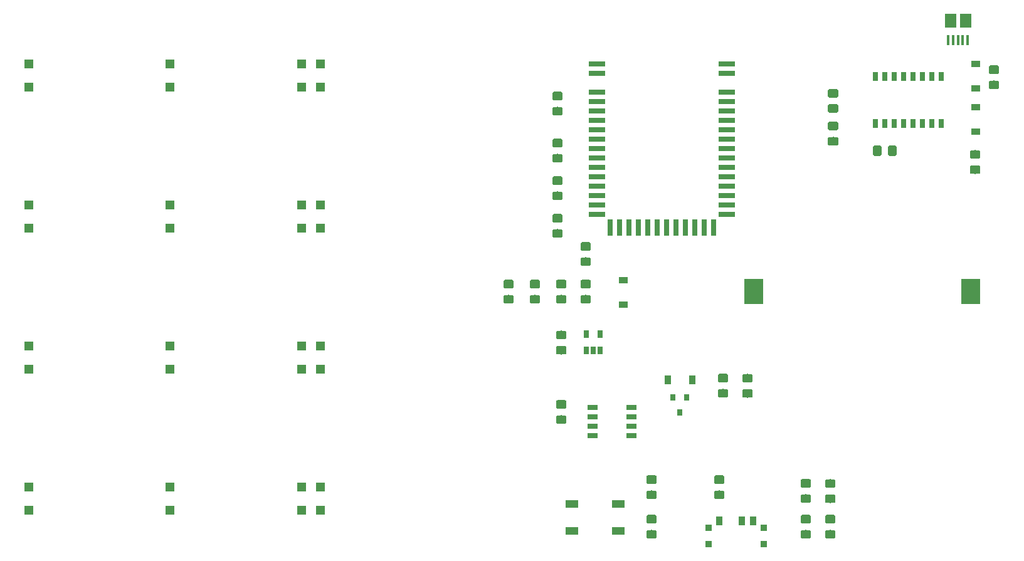
<source format=gbr>
G04 #@! TF.GenerationSoftware,KiCad,Pcbnew,(5.0.0)*
G04 #@! TF.CreationDate,2020-11-22T21:52:30-06:00*
G04 #@! TF.ProjectId,panel,70616E656C2E6B696361645F70636200,rev?*
G04 #@! TF.SameCoordinates,Original*
G04 #@! TF.FileFunction,Paste,Top*
G04 #@! TF.FilePolarity,Positive*
%FSLAX46Y46*%
G04 Gerber Fmt 4.6, Leading zero omitted, Abs format (unit mm)*
G04 Created by KiCad (PCBNEW (5.0.0)) date 11/22/20 21:52:30*
%MOMM*%
%LPD*%
G01*
G04 APERTURE LIST*
%ADD10R,1.200000X1.200000*%
%ADD11C,0.100000*%
%ADD12C,1.150000*%
%ADD13R,0.800000X0.900000*%
%ADD14R,0.900000X1.250000*%
%ADD15R,0.900000X0.900000*%
%ADD16R,1.800000X1.100000*%
%ADD17R,0.720000X2.200000*%
%ADD18R,2.200000X0.720000*%
%ADD19R,1.200000X0.900000*%
%ADD20R,0.800000X1.300000*%
%ADD21R,1.500000X1.900000*%
%ADD22R,0.400000X1.350000*%
%ADD23R,0.900000X1.200000*%
%ADD24R,1.450000X0.800000*%
%ADD25R,0.650000X1.060000*%
%ADD26R,2.540000X3.510000*%
G04 APERTURE END LIST*
D10*
G04 #@! TO.C,D16*
X100420000Y-44315000D03*
X100420000Y-47465000D03*
G04 #@! TD*
G04 #@! TO.C,D2*
X80100000Y-101465000D03*
X80100000Y-104615000D03*
G04 #@! TD*
G04 #@! TO.C,D1*
X61050000Y-101465000D03*
X61050000Y-104615000D03*
G04 #@! TD*
G04 #@! TO.C,D3*
X97880000Y-104615000D03*
X97880000Y-101465000D03*
G04 #@! TD*
G04 #@! TO.C,D4*
X100420000Y-104615000D03*
X100420000Y-101465000D03*
G04 #@! TD*
G04 #@! TO.C,D5*
X61050000Y-82415000D03*
X61050000Y-85565000D03*
G04 #@! TD*
G04 #@! TO.C,D6*
X80100000Y-85565000D03*
X80100000Y-82415000D03*
G04 #@! TD*
G04 #@! TO.C,D7*
X97880000Y-82415000D03*
X97880000Y-85565000D03*
G04 #@! TD*
G04 #@! TO.C,D8*
X100420000Y-85565000D03*
X100420000Y-82415000D03*
G04 #@! TD*
G04 #@! TO.C,D9*
X61050000Y-66515000D03*
X61050000Y-63365000D03*
G04 #@! TD*
G04 #@! TO.C,D10*
X80100000Y-63365000D03*
X80100000Y-66515000D03*
G04 #@! TD*
G04 #@! TO.C,D11*
X97880000Y-66515000D03*
X97880000Y-63365000D03*
G04 #@! TD*
G04 #@! TO.C,D12*
X100420000Y-63365000D03*
X100420000Y-66515000D03*
G04 #@! TD*
G04 #@! TO.C,D13*
X61050000Y-44315000D03*
X61050000Y-47465000D03*
G04 #@! TD*
G04 #@! TO.C,D14*
X80100000Y-47465000D03*
X80100000Y-44315000D03*
G04 #@! TD*
G04 #@! TO.C,D15*
X97880000Y-47465000D03*
X97880000Y-44315000D03*
G04 #@! TD*
D11*
G04 #@! TO.C,C1*
G36*
X132904505Y-54451204D02*
X132928773Y-54454804D01*
X132952572Y-54460765D01*
X132975671Y-54469030D01*
X132997850Y-54479520D01*
X133018893Y-54492132D01*
X133038599Y-54506747D01*
X133056777Y-54523223D01*
X133073253Y-54541401D01*
X133087868Y-54561107D01*
X133100480Y-54582150D01*
X133110970Y-54604329D01*
X133119235Y-54627428D01*
X133125196Y-54651227D01*
X133128796Y-54675495D01*
X133130000Y-54699999D01*
X133130000Y-55350001D01*
X133128796Y-55374505D01*
X133125196Y-55398773D01*
X133119235Y-55422572D01*
X133110970Y-55445671D01*
X133100480Y-55467850D01*
X133087868Y-55488893D01*
X133073253Y-55508599D01*
X133056777Y-55526777D01*
X133038599Y-55543253D01*
X133018893Y-55557868D01*
X132997850Y-55570480D01*
X132975671Y-55580970D01*
X132952572Y-55589235D01*
X132928773Y-55595196D01*
X132904505Y-55598796D01*
X132880001Y-55600000D01*
X131979999Y-55600000D01*
X131955495Y-55598796D01*
X131931227Y-55595196D01*
X131907428Y-55589235D01*
X131884329Y-55580970D01*
X131862150Y-55570480D01*
X131841107Y-55557868D01*
X131821401Y-55543253D01*
X131803223Y-55526777D01*
X131786747Y-55508599D01*
X131772132Y-55488893D01*
X131759520Y-55467850D01*
X131749030Y-55445671D01*
X131740765Y-55422572D01*
X131734804Y-55398773D01*
X131731204Y-55374505D01*
X131730000Y-55350001D01*
X131730000Y-54699999D01*
X131731204Y-54675495D01*
X131734804Y-54651227D01*
X131740765Y-54627428D01*
X131749030Y-54604329D01*
X131759520Y-54582150D01*
X131772132Y-54561107D01*
X131786747Y-54541401D01*
X131803223Y-54523223D01*
X131821401Y-54506747D01*
X131841107Y-54492132D01*
X131862150Y-54479520D01*
X131884329Y-54469030D01*
X131907428Y-54460765D01*
X131931227Y-54454804D01*
X131955495Y-54451204D01*
X131979999Y-54450000D01*
X132880001Y-54450000D01*
X132904505Y-54451204D01*
X132904505Y-54451204D01*
G37*
D12*
X132430000Y-55025000D03*
D11*
G36*
X132904505Y-56501204D02*
X132928773Y-56504804D01*
X132952572Y-56510765D01*
X132975671Y-56519030D01*
X132997850Y-56529520D01*
X133018893Y-56542132D01*
X133038599Y-56556747D01*
X133056777Y-56573223D01*
X133073253Y-56591401D01*
X133087868Y-56611107D01*
X133100480Y-56632150D01*
X133110970Y-56654329D01*
X133119235Y-56677428D01*
X133125196Y-56701227D01*
X133128796Y-56725495D01*
X133130000Y-56749999D01*
X133130000Y-57400001D01*
X133128796Y-57424505D01*
X133125196Y-57448773D01*
X133119235Y-57472572D01*
X133110970Y-57495671D01*
X133100480Y-57517850D01*
X133087868Y-57538893D01*
X133073253Y-57558599D01*
X133056777Y-57576777D01*
X133038599Y-57593253D01*
X133018893Y-57607868D01*
X132997850Y-57620480D01*
X132975671Y-57630970D01*
X132952572Y-57639235D01*
X132928773Y-57645196D01*
X132904505Y-57648796D01*
X132880001Y-57650000D01*
X131979999Y-57650000D01*
X131955495Y-57648796D01*
X131931227Y-57645196D01*
X131907428Y-57639235D01*
X131884329Y-57630970D01*
X131862150Y-57620480D01*
X131841107Y-57607868D01*
X131821401Y-57593253D01*
X131803223Y-57576777D01*
X131786747Y-57558599D01*
X131772132Y-57538893D01*
X131759520Y-57517850D01*
X131749030Y-57495671D01*
X131740765Y-57472572D01*
X131734804Y-57448773D01*
X131731204Y-57424505D01*
X131730000Y-57400001D01*
X131730000Y-56749999D01*
X131731204Y-56725495D01*
X131734804Y-56701227D01*
X131740765Y-56677428D01*
X131749030Y-56654329D01*
X131759520Y-56632150D01*
X131772132Y-56611107D01*
X131786747Y-56591401D01*
X131803223Y-56573223D01*
X131821401Y-56556747D01*
X131841107Y-56542132D01*
X131862150Y-56529520D01*
X131884329Y-56519030D01*
X131907428Y-56510765D01*
X131931227Y-56504804D01*
X131955495Y-56501204D01*
X131979999Y-56500000D01*
X132880001Y-56500000D01*
X132904505Y-56501204D01*
X132904505Y-56501204D01*
G37*
D12*
X132430000Y-57075000D03*
G04 #@! TD*
D11*
G04 #@! TO.C,C2*
G36*
X132904505Y-64611204D02*
X132928773Y-64614804D01*
X132952572Y-64620765D01*
X132975671Y-64629030D01*
X132997850Y-64639520D01*
X133018893Y-64652132D01*
X133038599Y-64666747D01*
X133056777Y-64683223D01*
X133073253Y-64701401D01*
X133087868Y-64721107D01*
X133100480Y-64742150D01*
X133110970Y-64764329D01*
X133119235Y-64787428D01*
X133125196Y-64811227D01*
X133128796Y-64835495D01*
X133130000Y-64859999D01*
X133130000Y-65510001D01*
X133128796Y-65534505D01*
X133125196Y-65558773D01*
X133119235Y-65582572D01*
X133110970Y-65605671D01*
X133100480Y-65627850D01*
X133087868Y-65648893D01*
X133073253Y-65668599D01*
X133056777Y-65686777D01*
X133038599Y-65703253D01*
X133018893Y-65717868D01*
X132997850Y-65730480D01*
X132975671Y-65740970D01*
X132952572Y-65749235D01*
X132928773Y-65755196D01*
X132904505Y-65758796D01*
X132880001Y-65760000D01*
X131979999Y-65760000D01*
X131955495Y-65758796D01*
X131931227Y-65755196D01*
X131907428Y-65749235D01*
X131884329Y-65740970D01*
X131862150Y-65730480D01*
X131841107Y-65717868D01*
X131821401Y-65703253D01*
X131803223Y-65686777D01*
X131786747Y-65668599D01*
X131772132Y-65648893D01*
X131759520Y-65627850D01*
X131749030Y-65605671D01*
X131740765Y-65582572D01*
X131734804Y-65558773D01*
X131731204Y-65534505D01*
X131730000Y-65510001D01*
X131730000Y-64859999D01*
X131731204Y-64835495D01*
X131734804Y-64811227D01*
X131740765Y-64787428D01*
X131749030Y-64764329D01*
X131759520Y-64742150D01*
X131772132Y-64721107D01*
X131786747Y-64701401D01*
X131803223Y-64683223D01*
X131821401Y-64666747D01*
X131841107Y-64652132D01*
X131862150Y-64639520D01*
X131884329Y-64629030D01*
X131907428Y-64620765D01*
X131931227Y-64614804D01*
X131955495Y-64611204D01*
X131979999Y-64610000D01*
X132880001Y-64610000D01*
X132904505Y-64611204D01*
X132904505Y-64611204D01*
G37*
D12*
X132430000Y-65185000D03*
D11*
G36*
X132904505Y-66661204D02*
X132928773Y-66664804D01*
X132952572Y-66670765D01*
X132975671Y-66679030D01*
X132997850Y-66689520D01*
X133018893Y-66702132D01*
X133038599Y-66716747D01*
X133056777Y-66733223D01*
X133073253Y-66751401D01*
X133087868Y-66771107D01*
X133100480Y-66792150D01*
X133110970Y-66814329D01*
X133119235Y-66837428D01*
X133125196Y-66861227D01*
X133128796Y-66885495D01*
X133130000Y-66909999D01*
X133130000Y-67560001D01*
X133128796Y-67584505D01*
X133125196Y-67608773D01*
X133119235Y-67632572D01*
X133110970Y-67655671D01*
X133100480Y-67677850D01*
X133087868Y-67698893D01*
X133073253Y-67718599D01*
X133056777Y-67736777D01*
X133038599Y-67753253D01*
X133018893Y-67767868D01*
X132997850Y-67780480D01*
X132975671Y-67790970D01*
X132952572Y-67799235D01*
X132928773Y-67805196D01*
X132904505Y-67808796D01*
X132880001Y-67810000D01*
X131979999Y-67810000D01*
X131955495Y-67808796D01*
X131931227Y-67805196D01*
X131907428Y-67799235D01*
X131884329Y-67790970D01*
X131862150Y-67780480D01*
X131841107Y-67767868D01*
X131821401Y-67753253D01*
X131803223Y-67736777D01*
X131786747Y-67718599D01*
X131772132Y-67698893D01*
X131759520Y-67677850D01*
X131749030Y-67655671D01*
X131740765Y-67632572D01*
X131734804Y-67608773D01*
X131731204Y-67584505D01*
X131730000Y-67560001D01*
X131730000Y-66909999D01*
X131731204Y-66885495D01*
X131734804Y-66861227D01*
X131740765Y-66837428D01*
X131749030Y-66814329D01*
X131759520Y-66792150D01*
X131772132Y-66771107D01*
X131786747Y-66751401D01*
X131803223Y-66733223D01*
X131821401Y-66716747D01*
X131841107Y-66702132D01*
X131862150Y-66689520D01*
X131884329Y-66679030D01*
X131907428Y-66670765D01*
X131931227Y-66664804D01*
X131955495Y-66661204D01*
X131979999Y-66660000D01*
X132880001Y-66660000D01*
X132904505Y-66661204D01*
X132904505Y-66661204D01*
G37*
D12*
X132430000Y-67235000D03*
G04 #@! TD*
D11*
G04 #@! TO.C,C3*
G36*
X136714505Y-70471204D02*
X136738773Y-70474804D01*
X136762572Y-70480765D01*
X136785671Y-70489030D01*
X136807850Y-70499520D01*
X136828893Y-70512132D01*
X136848599Y-70526747D01*
X136866777Y-70543223D01*
X136883253Y-70561401D01*
X136897868Y-70581107D01*
X136910480Y-70602150D01*
X136920970Y-70624329D01*
X136929235Y-70647428D01*
X136935196Y-70671227D01*
X136938796Y-70695495D01*
X136940000Y-70719999D01*
X136940000Y-71370001D01*
X136938796Y-71394505D01*
X136935196Y-71418773D01*
X136929235Y-71442572D01*
X136920970Y-71465671D01*
X136910480Y-71487850D01*
X136897868Y-71508893D01*
X136883253Y-71528599D01*
X136866777Y-71546777D01*
X136848599Y-71563253D01*
X136828893Y-71577868D01*
X136807850Y-71590480D01*
X136785671Y-71600970D01*
X136762572Y-71609235D01*
X136738773Y-71615196D01*
X136714505Y-71618796D01*
X136690001Y-71620000D01*
X135789999Y-71620000D01*
X135765495Y-71618796D01*
X135741227Y-71615196D01*
X135717428Y-71609235D01*
X135694329Y-71600970D01*
X135672150Y-71590480D01*
X135651107Y-71577868D01*
X135631401Y-71563253D01*
X135613223Y-71546777D01*
X135596747Y-71528599D01*
X135582132Y-71508893D01*
X135569520Y-71487850D01*
X135559030Y-71465671D01*
X135550765Y-71442572D01*
X135544804Y-71418773D01*
X135541204Y-71394505D01*
X135540000Y-71370001D01*
X135540000Y-70719999D01*
X135541204Y-70695495D01*
X135544804Y-70671227D01*
X135550765Y-70647428D01*
X135559030Y-70624329D01*
X135569520Y-70602150D01*
X135582132Y-70581107D01*
X135596747Y-70561401D01*
X135613223Y-70543223D01*
X135631401Y-70526747D01*
X135651107Y-70512132D01*
X135672150Y-70499520D01*
X135694329Y-70489030D01*
X135717428Y-70480765D01*
X135741227Y-70474804D01*
X135765495Y-70471204D01*
X135789999Y-70470000D01*
X136690001Y-70470000D01*
X136714505Y-70471204D01*
X136714505Y-70471204D01*
G37*
D12*
X136240000Y-71045000D03*
D11*
G36*
X136714505Y-68421204D02*
X136738773Y-68424804D01*
X136762572Y-68430765D01*
X136785671Y-68439030D01*
X136807850Y-68449520D01*
X136828893Y-68462132D01*
X136848599Y-68476747D01*
X136866777Y-68493223D01*
X136883253Y-68511401D01*
X136897868Y-68531107D01*
X136910480Y-68552150D01*
X136920970Y-68574329D01*
X136929235Y-68597428D01*
X136935196Y-68621227D01*
X136938796Y-68645495D01*
X136940000Y-68669999D01*
X136940000Y-69320001D01*
X136938796Y-69344505D01*
X136935196Y-69368773D01*
X136929235Y-69392572D01*
X136920970Y-69415671D01*
X136910480Y-69437850D01*
X136897868Y-69458893D01*
X136883253Y-69478599D01*
X136866777Y-69496777D01*
X136848599Y-69513253D01*
X136828893Y-69527868D01*
X136807850Y-69540480D01*
X136785671Y-69550970D01*
X136762572Y-69559235D01*
X136738773Y-69565196D01*
X136714505Y-69568796D01*
X136690001Y-69570000D01*
X135789999Y-69570000D01*
X135765495Y-69568796D01*
X135741227Y-69565196D01*
X135717428Y-69559235D01*
X135694329Y-69550970D01*
X135672150Y-69540480D01*
X135651107Y-69527868D01*
X135631401Y-69513253D01*
X135613223Y-69496777D01*
X135596747Y-69478599D01*
X135582132Y-69458893D01*
X135569520Y-69437850D01*
X135559030Y-69415671D01*
X135550765Y-69392572D01*
X135544804Y-69368773D01*
X135541204Y-69344505D01*
X135540000Y-69320001D01*
X135540000Y-68669999D01*
X135541204Y-68645495D01*
X135544804Y-68621227D01*
X135550765Y-68597428D01*
X135559030Y-68574329D01*
X135569520Y-68552150D01*
X135582132Y-68531107D01*
X135596747Y-68511401D01*
X135613223Y-68493223D01*
X135631401Y-68476747D01*
X135651107Y-68462132D01*
X135672150Y-68449520D01*
X135694329Y-68439030D01*
X135717428Y-68430765D01*
X135741227Y-68424804D01*
X135765495Y-68421204D01*
X135789999Y-68420000D01*
X136690001Y-68420000D01*
X136714505Y-68421204D01*
X136714505Y-68421204D01*
G37*
D12*
X136240000Y-68995000D03*
G04 #@! TD*
D11*
G04 #@! TO.C,C4*
G36*
X132904505Y-48101204D02*
X132928773Y-48104804D01*
X132952572Y-48110765D01*
X132975671Y-48119030D01*
X132997850Y-48129520D01*
X133018893Y-48142132D01*
X133038599Y-48156747D01*
X133056777Y-48173223D01*
X133073253Y-48191401D01*
X133087868Y-48211107D01*
X133100480Y-48232150D01*
X133110970Y-48254329D01*
X133119235Y-48277428D01*
X133125196Y-48301227D01*
X133128796Y-48325495D01*
X133130000Y-48349999D01*
X133130000Y-49000001D01*
X133128796Y-49024505D01*
X133125196Y-49048773D01*
X133119235Y-49072572D01*
X133110970Y-49095671D01*
X133100480Y-49117850D01*
X133087868Y-49138893D01*
X133073253Y-49158599D01*
X133056777Y-49176777D01*
X133038599Y-49193253D01*
X133018893Y-49207868D01*
X132997850Y-49220480D01*
X132975671Y-49230970D01*
X132952572Y-49239235D01*
X132928773Y-49245196D01*
X132904505Y-49248796D01*
X132880001Y-49250000D01*
X131979999Y-49250000D01*
X131955495Y-49248796D01*
X131931227Y-49245196D01*
X131907428Y-49239235D01*
X131884329Y-49230970D01*
X131862150Y-49220480D01*
X131841107Y-49207868D01*
X131821401Y-49193253D01*
X131803223Y-49176777D01*
X131786747Y-49158599D01*
X131772132Y-49138893D01*
X131759520Y-49117850D01*
X131749030Y-49095671D01*
X131740765Y-49072572D01*
X131734804Y-49048773D01*
X131731204Y-49024505D01*
X131730000Y-49000001D01*
X131730000Y-48349999D01*
X131731204Y-48325495D01*
X131734804Y-48301227D01*
X131740765Y-48277428D01*
X131749030Y-48254329D01*
X131759520Y-48232150D01*
X131772132Y-48211107D01*
X131786747Y-48191401D01*
X131803223Y-48173223D01*
X131821401Y-48156747D01*
X131841107Y-48142132D01*
X131862150Y-48129520D01*
X131884329Y-48119030D01*
X131907428Y-48110765D01*
X131931227Y-48104804D01*
X131955495Y-48101204D01*
X131979999Y-48100000D01*
X132880001Y-48100000D01*
X132904505Y-48101204D01*
X132904505Y-48101204D01*
G37*
D12*
X132430000Y-48675000D03*
D11*
G36*
X132904505Y-50151204D02*
X132928773Y-50154804D01*
X132952572Y-50160765D01*
X132975671Y-50169030D01*
X132997850Y-50179520D01*
X133018893Y-50192132D01*
X133038599Y-50206747D01*
X133056777Y-50223223D01*
X133073253Y-50241401D01*
X133087868Y-50261107D01*
X133100480Y-50282150D01*
X133110970Y-50304329D01*
X133119235Y-50327428D01*
X133125196Y-50351227D01*
X133128796Y-50375495D01*
X133130000Y-50399999D01*
X133130000Y-51050001D01*
X133128796Y-51074505D01*
X133125196Y-51098773D01*
X133119235Y-51122572D01*
X133110970Y-51145671D01*
X133100480Y-51167850D01*
X133087868Y-51188893D01*
X133073253Y-51208599D01*
X133056777Y-51226777D01*
X133038599Y-51243253D01*
X133018893Y-51257868D01*
X132997850Y-51270480D01*
X132975671Y-51280970D01*
X132952572Y-51289235D01*
X132928773Y-51295196D01*
X132904505Y-51298796D01*
X132880001Y-51300000D01*
X131979999Y-51300000D01*
X131955495Y-51298796D01*
X131931227Y-51295196D01*
X131907428Y-51289235D01*
X131884329Y-51280970D01*
X131862150Y-51270480D01*
X131841107Y-51257868D01*
X131821401Y-51243253D01*
X131803223Y-51226777D01*
X131786747Y-51208599D01*
X131772132Y-51188893D01*
X131759520Y-51167850D01*
X131749030Y-51145671D01*
X131740765Y-51122572D01*
X131734804Y-51098773D01*
X131731204Y-51074505D01*
X131730000Y-51050001D01*
X131730000Y-50399999D01*
X131731204Y-50375495D01*
X131734804Y-50351227D01*
X131740765Y-50327428D01*
X131749030Y-50304329D01*
X131759520Y-50282150D01*
X131772132Y-50261107D01*
X131786747Y-50241401D01*
X131803223Y-50223223D01*
X131821401Y-50206747D01*
X131841107Y-50192132D01*
X131862150Y-50179520D01*
X131884329Y-50169030D01*
X131907428Y-50160765D01*
X131931227Y-50154804D01*
X131955495Y-50151204D01*
X131979999Y-50150000D01*
X132880001Y-50150000D01*
X132904505Y-50151204D01*
X132904505Y-50151204D01*
G37*
D12*
X132430000Y-50725000D03*
G04 #@! TD*
D11*
G04 #@! TO.C,L1*
G36*
X132904505Y-59531204D02*
X132928773Y-59534804D01*
X132952572Y-59540765D01*
X132975671Y-59549030D01*
X132997850Y-59559520D01*
X133018893Y-59572132D01*
X133038599Y-59586747D01*
X133056777Y-59603223D01*
X133073253Y-59621401D01*
X133087868Y-59641107D01*
X133100480Y-59662150D01*
X133110970Y-59684329D01*
X133119235Y-59707428D01*
X133125196Y-59731227D01*
X133128796Y-59755495D01*
X133130000Y-59779999D01*
X133130000Y-60430001D01*
X133128796Y-60454505D01*
X133125196Y-60478773D01*
X133119235Y-60502572D01*
X133110970Y-60525671D01*
X133100480Y-60547850D01*
X133087868Y-60568893D01*
X133073253Y-60588599D01*
X133056777Y-60606777D01*
X133038599Y-60623253D01*
X133018893Y-60637868D01*
X132997850Y-60650480D01*
X132975671Y-60660970D01*
X132952572Y-60669235D01*
X132928773Y-60675196D01*
X132904505Y-60678796D01*
X132880001Y-60680000D01*
X131979999Y-60680000D01*
X131955495Y-60678796D01*
X131931227Y-60675196D01*
X131907428Y-60669235D01*
X131884329Y-60660970D01*
X131862150Y-60650480D01*
X131841107Y-60637868D01*
X131821401Y-60623253D01*
X131803223Y-60606777D01*
X131786747Y-60588599D01*
X131772132Y-60568893D01*
X131759520Y-60547850D01*
X131749030Y-60525671D01*
X131740765Y-60502572D01*
X131734804Y-60478773D01*
X131731204Y-60454505D01*
X131730000Y-60430001D01*
X131730000Y-59779999D01*
X131731204Y-59755495D01*
X131734804Y-59731227D01*
X131740765Y-59707428D01*
X131749030Y-59684329D01*
X131759520Y-59662150D01*
X131772132Y-59641107D01*
X131786747Y-59621401D01*
X131803223Y-59603223D01*
X131821401Y-59586747D01*
X131841107Y-59572132D01*
X131862150Y-59559520D01*
X131884329Y-59549030D01*
X131907428Y-59540765D01*
X131931227Y-59534804D01*
X131955495Y-59531204D01*
X131979999Y-59530000D01*
X132880001Y-59530000D01*
X132904505Y-59531204D01*
X132904505Y-59531204D01*
G37*
D12*
X132430000Y-60105000D03*
D11*
G36*
X132904505Y-61581204D02*
X132928773Y-61584804D01*
X132952572Y-61590765D01*
X132975671Y-61599030D01*
X132997850Y-61609520D01*
X133018893Y-61622132D01*
X133038599Y-61636747D01*
X133056777Y-61653223D01*
X133073253Y-61671401D01*
X133087868Y-61691107D01*
X133100480Y-61712150D01*
X133110970Y-61734329D01*
X133119235Y-61757428D01*
X133125196Y-61781227D01*
X133128796Y-61805495D01*
X133130000Y-61829999D01*
X133130000Y-62480001D01*
X133128796Y-62504505D01*
X133125196Y-62528773D01*
X133119235Y-62552572D01*
X133110970Y-62575671D01*
X133100480Y-62597850D01*
X133087868Y-62618893D01*
X133073253Y-62638599D01*
X133056777Y-62656777D01*
X133038599Y-62673253D01*
X133018893Y-62687868D01*
X132997850Y-62700480D01*
X132975671Y-62710970D01*
X132952572Y-62719235D01*
X132928773Y-62725196D01*
X132904505Y-62728796D01*
X132880001Y-62730000D01*
X131979999Y-62730000D01*
X131955495Y-62728796D01*
X131931227Y-62725196D01*
X131907428Y-62719235D01*
X131884329Y-62710970D01*
X131862150Y-62700480D01*
X131841107Y-62687868D01*
X131821401Y-62673253D01*
X131803223Y-62656777D01*
X131786747Y-62638599D01*
X131772132Y-62618893D01*
X131759520Y-62597850D01*
X131749030Y-62575671D01*
X131740765Y-62552572D01*
X131734804Y-62528773D01*
X131731204Y-62504505D01*
X131730000Y-62480001D01*
X131730000Y-61829999D01*
X131731204Y-61805495D01*
X131734804Y-61781227D01*
X131740765Y-61757428D01*
X131749030Y-61734329D01*
X131759520Y-61712150D01*
X131772132Y-61691107D01*
X131786747Y-61671401D01*
X131803223Y-61653223D01*
X131821401Y-61636747D01*
X131841107Y-61622132D01*
X131862150Y-61609520D01*
X131884329Y-61599030D01*
X131907428Y-61590765D01*
X131931227Y-61584804D01*
X131955495Y-61581204D01*
X131979999Y-61580000D01*
X132880001Y-61580000D01*
X132904505Y-61581204D01*
X132904505Y-61581204D01*
G37*
D12*
X132430000Y-62155000D03*
G04 #@! TD*
D13*
G04 #@! TO.C,Q1*
X149874000Y-89406000D03*
X147974000Y-89406000D03*
X148924000Y-91406000D03*
G04 #@! TD*
D11*
G04 #@! TO.C,R1*
G36*
X136714505Y-75542204D02*
X136738773Y-75545804D01*
X136762572Y-75551765D01*
X136785671Y-75560030D01*
X136807850Y-75570520D01*
X136828893Y-75583132D01*
X136848599Y-75597747D01*
X136866777Y-75614223D01*
X136883253Y-75632401D01*
X136897868Y-75652107D01*
X136910480Y-75673150D01*
X136920970Y-75695329D01*
X136929235Y-75718428D01*
X136935196Y-75742227D01*
X136938796Y-75766495D01*
X136940000Y-75790999D01*
X136940000Y-76441001D01*
X136938796Y-76465505D01*
X136935196Y-76489773D01*
X136929235Y-76513572D01*
X136920970Y-76536671D01*
X136910480Y-76558850D01*
X136897868Y-76579893D01*
X136883253Y-76599599D01*
X136866777Y-76617777D01*
X136848599Y-76634253D01*
X136828893Y-76648868D01*
X136807850Y-76661480D01*
X136785671Y-76671970D01*
X136762572Y-76680235D01*
X136738773Y-76686196D01*
X136714505Y-76689796D01*
X136690001Y-76691000D01*
X135789999Y-76691000D01*
X135765495Y-76689796D01*
X135741227Y-76686196D01*
X135717428Y-76680235D01*
X135694329Y-76671970D01*
X135672150Y-76661480D01*
X135651107Y-76648868D01*
X135631401Y-76634253D01*
X135613223Y-76617777D01*
X135596747Y-76599599D01*
X135582132Y-76579893D01*
X135569520Y-76558850D01*
X135559030Y-76536671D01*
X135550765Y-76513572D01*
X135544804Y-76489773D01*
X135541204Y-76465505D01*
X135540000Y-76441001D01*
X135540000Y-75790999D01*
X135541204Y-75766495D01*
X135544804Y-75742227D01*
X135550765Y-75718428D01*
X135559030Y-75695329D01*
X135569520Y-75673150D01*
X135582132Y-75652107D01*
X135596747Y-75632401D01*
X135613223Y-75614223D01*
X135631401Y-75597747D01*
X135651107Y-75583132D01*
X135672150Y-75570520D01*
X135694329Y-75560030D01*
X135717428Y-75551765D01*
X135741227Y-75545804D01*
X135765495Y-75542204D01*
X135789999Y-75541000D01*
X136690001Y-75541000D01*
X136714505Y-75542204D01*
X136714505Y-75542204D01*
G37*
D12*
X136240000Y-76116000D03*
D11*
G36*
X136714505Y-73492204D02*
X136738773Y-73495804D01*
X136762572Y-73501765D01*
X136785671Y-73510030D01*
X136807850Y-73520520D01*
X136828893Y-73533132D01*
X136848599Y-73547747D01*
X136866777Y-73564223D01*
X136883253Y-73582401D01*
X136897868Y-73602107D01*
X136910480Y-73623150D01*
X136920970Y-73645329D01*
X136929235Y-73668428D01*
X136935196Y-73692227D01*
X136938796Y-73716495D01*
X136940000Y-73740999D01*
X136940000Y-74391001D01*
X136938796Y-74415505D01*
X136935196Y-74439773D01*
X136929235Y-74463572D01*
X136920970Y-74486671D01*
X136910480Y-74508850D01*
X136897868Y-74529893D01*
X136883253Y-74549599D01*
X136866777Y-74567777D01*
X136848599Y-74584253D01*
X136828893Y-74598868D01*
X136807850Y-74611480D01*
X136785671Y-74621970D01*
X136762572Y-74630235D01*
X136738773Y-74636196D01*
X136714505Y-74639796D01*
X136690001Y-74641000D01*
X135789999Y-74641000D01*
X135765495Y-74639796D01*
X135741227Y-74636196D01*
X135717428Y-74630235D01*
X135694329Y-74621970D01*
X135672150Y-74611480D01*
X135651107Y-74598868D01*
X135631401Y-74584253D01*
X135613223Y-74567777D01*
X135596747Y-74549599D01*
X135582132Y-74529893D01*
X135569520Y-74508850D01*
X135559030Y-74486671D01*
X135550765Y-74463572D01*
X135544804Y-74439773D01*
X135541204Y-74415505D01*
X135540000Y-74391001D01*
X135540000Y-73740999D01*
X135541204Y-73716495D01*
X135544804Y-73692227D01*
X135550765Y-73668428D01*
X135559030Y-73645329D01*
X135569520Y-73623150D01*
X135582132Y-73602107D01*
X135596747Y-73582401D01*
X135613223Y-73564223D01*
X135631401Y-73547747D01*
X135651107Y-73533132D01*
X135672150Y-73520520D01*
X135694329Y-73510030D01*
X135717428Y-73501765D01*
X135741227Y-73495804D01*
X135765495Y-73492204D01*
X135789999Y-73491000D01*
X136690001Y-73491000D01*
X136714505Y-73492204D01*
X136714505Y-73492204D01*
G37*
D12*
X136240000Y-74066000D03*
G04 #@! TD*
D14*
G04 #@! TO.C,SW1*
X157310000Y-106045000D03*
X158810000Y-106045000D03*
X154310000Y-106045000D03*
D15*
X152860000Y-109220000D03*
X152860000Y-107020000D03*
X160260000Y-107020000D03*
X160260000Y-109220000D03*
G04 #@! TD*
D16*
G04 #@! TO.C,SW2*
X140610000Y-107430000D03*
X134410000Y-107430000D03*
X140610000Y-103730000D03*
X134410000Y-103730000D03*
G04 #@! TD*
D17*
G04 #@! TO.C,U1*
X153512000Y-66464000D03*
X152242000Y-66464000D03*
X150972000Y-66464000D03*
X149702000Y-66464000D03*
X148432000Y-66464000D03*
X147162000Y-66464000D03*
X145892000Y-66464000D03*
X144622000Y-66464000D03*
X143352000Y-66464000D03*
X142082000Y-66464000D03*
X140812000Y-66464000D03*
X139542000Y-66464000D03*
D18*
X155290000Y-64686000D03*
X155290000Y-63416000D03*
X155290000Y-62146000D03*
X155290000Y-60876000D03*
X155290000Y-59606000D03*
X155290000Y-58336000D03*
X155290000Y-57066000D03*
X155290000Y-55796000D03*
X155290000Y-54526000D03*
X155290000Y-53256000D03*
X155290000Y-51986000D03*
X155290000Y-50716000D03*
X155290000Y-49446000D03*
X155290000Y-48176000D03*
X155290000Y-45636000D03*
X155290000Y-44366000D03*
X137764000Y-44366000D03*
X137764000Y-45636000D03*
X137764000Y-48176000D03*
X137764000Y-49446000D03*
X137764000Y-50716000D03*
X137764000Y-51986000D03*
X137764000Y-53256000D03*
X137764000Y-54526000D03*
X137764000Y-55796000D03*
X137764000Y-57066000D03*
X137764000Y-58336000D03*
X137764000Y-59606000D03*
X137764000Y-60876000D03*
X137764000Y-62146000D03*
X137764000Y-63416000D03*
X137764000Y-64686000D03*
G04 #@! TD*
D11*
G04 #@! TO.C,D1*
G36*
X169734505Y-107301204D02*
X169758773Y-107304804D01*
X169782572Y-107310765D01*
X169805671Y-107319030D01*
X169827850Y-107329520D01*
X169848893Y-107342132D01*
X169868599Y-107356747D01*
X169886777Y-107373223D01*
X169903253Y-107391401D01*
X169917868Y-107411107D01*
X169930480Y-107432150D01*
X169940970Y-107454329D01*
X169949235Y-107477428D01*
X169955196Y-107501227D01*
X169958796Y-107525495D01*
X169960000Y-107549999D01*
X169960000Y-108200001D01*
X169958796Y-108224505D01*
X169955196Y-108248773D01*
X169949235Y-108272572D01*
X169940970Y-108295671D01*
X169930480Y-108317850D01*
X169917868Y-108338893D01*
X169903253Y-108358599D01*
X169886777Y-108376777D01*
X169868599Y-108393253D01*
X169848893Y-108407868D01*
X169827850Y-108420480D01*
X169805671Y-108430970D01*
X169782572Y-108439235D01*
X169758773Y-108445196D01*
X169734505Y-108448796D01*
X169710001Y-108450000D01*
X168809999Y-108450000D01*
X168785495Y-108448796D01*
X168761227Y-108445196D01*
X168737428Y-108439235D01*
X168714329Y-108430970D01*
X168692150Y-108420480D01*
X168671107Y-108407868D01*
X168651401Y-108393253D01*
X168633223Y-108376777D01*
X168616747Y-108358599D01*
X168602132Y-108338893D01*
X168589520Y-108317850D01*
X168579030Y-108295671D01*
X168570765Y-108272572D01*
X168564804Y-108248773D01*
X168561204Y-108224505D01*
X168560000Y-108200001D01*
X168560000Y-107549999D01*
X168561204Y-107525495D01*
X168564804Y-107501227D01*
X168570765Y-107477428D01*
X168579030Y-107454329D01*
X168589520Y-107432150D01*
X168602132Y-107411107D01*
X168616747Y-107391401D01*
X168633223Y-107373223D01*
X168651401Y-107356747D01*
X168671107Y-107342132D01*
X168692150Y-107329520D01*
X168714329Y-107319030D01*
X168737428Y-107310765D01*
X168761227Y-107304804D01*
X168785495Y-107301204D01*
X168809999Y-107300000D01*
X169710001Y-107300000D01*
X169734505Y-107301204D01*
X169734505Y-107301204D01*
G37*
D12*
X169260000Y-107875000D03*
D11*
G36*
X169734505Y-105251204D02*
X169758773Y-105254804D01*
X169782572Y-105260765D01*
X169805671Y-105269030D01*
X169827850Y-105279520D01*
X169848893Y-105292132D01*
X169868599Y-105306747D01*
X169886777Y-105323223D01*
X169903253Y-105341401D01*
X169917868Y-105361107D01*
X169930480Y-105382150D01*
X169940970Y-105404329D01*
X169949235Y-105427428D01*
X169955196Y-105451227D01*
X169958796Y-105475495D01*
X169960000Y-105499999D01*
X169960000Y-106150001D01*
X169958796Y-106174505D01*
X169955196Y-106198773D01*
X169949235Y-106222572D01*
X169940970Y-106245671D01*
X169930480Y-106267850D01*
X169917868Y-106288893D01*
X169903253Y-106308599D01*
X169886777Y-106326777D01*
X169868599Y-106343253D01*
X169848893Y-106357868D01*
X169827850Y-106370480D01*
X169805671Y-106380970D01*
X169782572Y-106389235D01*
X169758773Y-106395196D01*
X169734505Y-106398796D01*
X169710001Y-106400000D01*
X168809999Y-106400000D01*
X168785495Y-106398796D01*
X168761227Y-106395196D01*
X168737428Y-106389235D01*
X168714329Y-106380970D01*
X168692150Y-106370480D01*
X168671107Y-106357868D01*
X168651401Y-106343253D01*
X168633223Y-106326777D01*
X168616747Y-106308599D01*
X168602132Y-106288893D01*
X168589520Y-106267850D01*
X168579030Y-106245671D01*
X168570765Y-106222572D01*
X168564804Y-106198773D01*
X168561204Y-106174505D01*
X168560000Y-106150001D01*
X168560000Y-105499999D01*
X168561204Y-105475495D01*
X168564804Y-105451227D01*
X168570765Y-105427428D01*
X168579030Y-105404329D01*
X168589520Y-105382150D01*
X168602132Y-105361107D01*
X168616747Y-105341401D01*
X168633223Y-105323223D01*
X168651401Y-105306747D01*
X168671107Y-105292132D01*
X168692150Y-105279520D01*
X168714329Y-105269030D01*
X168737428Y-105260765D01*
X168761227Y-105254804D01*
X168785495Y-105251204D01*
X168809999Y-105250000D01*
X169710001Y-105250000D01*
X169734505Y-105251204D01*
X169734505Y-105251204D01*
G37*
D12*
X169260000Y-105825000D03*
G04 #@! TD*
D11*
G04 #@! TO.C,D2*
G36*
X166432505Y-105251204D02*
X166456773Y-105254804D01*
X166480572Y-105260765D01*
X166503671Y-105269030D01*
X166525850Y-105279520D01*
X166546893Y-105292132D01*
X166566599Y-105306747D01*
X166584777Y-105323223D01*
X166601253Y-105341401D01*
X166615868Y-105361107D01*
X166628480Y-105382150D01*
X166638970Y-105404329D01*
X166647235Y-105427428D01*
X166653196Y-105451227D01*
X166656796Y-105475495D01*
X166658000Y-105499999D01*
X166658000Y-106150001D01*
X166656796Y-106174505D01*
X166653196Y-106198773D01*
X166647235Y-106222572D01*
X166638970Y-106245671D01*
X166628480Y-106267850D01*
X166615868Y-106288893D01*
X166601253Y-106308599D01*
X166584777Y-106326777D01*
X166566599Y-106343253D01*
X166546893Y-106357868D01*
X166525850Y-106370480D01*
X166503671Y-106380970D01*
X166480572Y-106389235D01*
X166456773Y-106395196D01*
X166432505Y-106398796D01*
X166408001Y-106400000D01*
X165507999Y-106400000D01*
X165483495Y-106398796D01*
X165459227Y-106395196D01*
X165435428Y-106389235D01*
X165412329Y-106380970D01*
X165390150Y-106370480D01*
X165369107Y-106357868D01*
X165349401Y-106343253D01*
X165331223Y-106326777D01*
X165314747Y-106308599D01*
X165300132Y-106288893D01*
X165287520Y-106267850D01*
X165277030Y-106245671D01*
X165268765Y-106222572D01*
X165262804Y-106198773D01*
X165259204Y-106174505D01*
X165258000Y-106150001D01*
X165258000Y-105499999D01*
X165259204Y-105475495D01*
X165262804Y-105451227D01*
X165268765Y-105427428D01*
X165277030Y-105404329D01*
X165287520Y-105382150D01*
X165300132Y-105361107D01*
X165314747Y-105341401D01*
X165331223Y-105323223D01*
X165349401Y-105306747D01*
X165369107Y-105292132D01*
X165390150Y-105279520D01*
X165412329Y-105269030D01*
X165435428Y-105260765D01*
X165459227Y-105254804D01*
X165483495Y-105251204D01*
X165507999Y-105250000D01*
X166408001Y-105250000D01*
X166432505Y-105251204D01*
X166432505Y-105251204D01*
G37*
D12*
X165958000Y-105825000D03*
D11*
G36*
X166432505Y-107301204D02*
X166456773Y-107304804D01*
X166480572Y-107310765D01*
X166503671Y-107319030D01*
X166525850Y-107329520D01*
X166546893Y-107342132D01*
X166566599Y-107356747D01*
X166584777Y-107373223D01*
X166601253Y-107391401D01*
X166615868Y-107411107D01*
X166628480Y-107432150D01*
X166638970Y-107454329D01*
X166647235Y-107477428D01*
X166653196Y-107501227D01*
X166656796Y-107525495D01*
X166658000Y-107549999D01*
X166658000Y-108200001D01*
X166656796Y-108224505D01*
X166653196Y-108248773D01*
X166647235Y-108272572D01*
X166638970Y-108295671D01*
X166628480Y-108317850D01*
X166615868Y-108338893D01*
X166601253Y-108358599D01*
X166584777Y-108376777D01*
X166566599Y-108393253D01*
X166546893Y-108407868D01*
X166525850Y-108420480D01*
X166503671Y-108430970D01*
X166480572Y-108439235D01*
X166456773Y-108445196D01*
X166432505Y-108448796D01*
X166408001Y-108450000D01*
X165507999Y-108450000D01*
X165483495Y-108448796D01*
X165459227Y-108445196D01*
X165435428Y-108439235D01*
X165412329Y-108430970D01*
X165390150Y-108420480D01*
X165369107Y-108407868D01*
X165349401Y-108393253D01*
X165331223Y-108376777D01*
X165314747Y-108358599D01*
X165300132Y-108338893D01*
X165287520Y-108317850D01*
X165277030Y-108295671D01*
X165268765Y-108272572D01*
X165262804Y-108248773D01*
X165259204Y-108224505D01*
X165258000Y-108200001D01*
X165258000Y-107549999D01*
X165259204Y-107525495D01*
X165262804Y-107501227D01*
X165268765Y-107477428D01*
X165277030Y-107454329D01*
X165287520Y-107432150D01*
X165300132Y-107411107D01*
X165314747Y-107391401D01*
X165331223Y-107373223D01*
X165349401Y-107356747D01*
X165369107Y-107342132D01*
X165390150Y-107329520D01*
X165412329Y-107319030D01*
X165435428Y-107310765D01*
X165459227Y-107304804D01*
X165483495Y-107301204D01*
X165507999Y-107300000D01*
X166408001Y-107300000D01*
X166432505Y-107301204D01*
X166432505Y-107301204D01*
G37*
D12*
X165958000Y-107875000D03*
G04 #@! TD*
D11*
G04 #@! TO.C,R2*
G36*
X169734505Y-100434203D02*
X169758773Y-100437803D01*
X169782572Y-100443764D01*
X169805671Y-100452029D01*
X169827850Y-100462519D01*
X169848893Y-100475131D01*
X169868599Y-100489746D01*
X169886777Y-100506222D01*
X169903253Y-100524400D01*
X169917868Y-100544106D01*
X169930480Y-100565149D01*
X169940970Y-100587328D01*
X169949235Y-100610427D01*
X169955196Y-100634226D01*
X169958796Y-100658494D01*
X169960000Y-100682998D01*
X169960000Y-101333000D01*
X169958796Y-101357504D01*
X169955196Y-101381772D01*
X169949235Y-101405571D01*
X169940970Y-101428670D01*
X169930480Y-101450849D01*
X169917868Y-101471892D01*
X169903253Y-101491598D01*
X169886777Y-101509776D01*
X169868599Y-101526252D01*
X169848893Y-101540867D01*
X169827850Y-101553479D01*
X169805671Y-101563969D01*
X169782572Y-101572234D01*
X169758773Y-101578195D01*
X169734505Y-101581795D01*
X169710001Y-101582999D01*
X168809999Y-101582999D01*
X168785495Y-101581795D01*
X168761227Y-101578195D01*
X168737428Y-101572234D01*
X168714329Y-101563969D01*
X168692150Y-101553479D01*
X168671107Y-101540867D01*
X168651401Y-101526252D01*
X168633223Y-101509776D01*
X168616747Y-101491598D01*
X168602132Y-101471892D01*
X168589520Y-101450849D01*
X168579030Y-101428670D01*
X168570765Y-101405571D01*
X168564804Y-101381772D01*
X168561204Y-101357504D01*
X168560000Y-101333000D01*
X168560000Y-100682998D01*
X168561204Y-100658494D01*
X168564804Y-100634226D01*
X168570765Y-100610427D01*
X168579030Y-100587328D01*
X168589520Y-100565149D01*
X168602132Y-100544106D01*
X168616747Y-100524400D01*
X168633223Y-100506222D01*
X168651401Y-100489746D01*
X168671107Y-100475131D01*
X168692150Y-100462519D01*
X168714329Y-100452029D01*
X168737428Y-100443764D01*
X168761227Y-100437803D01*
X168785495Y-100434203D01*
X168809999Y-100432999D01*
X169710001Y-100432999D01*
X169734505Y-100434203D01*
X169734505Y-100434203D01*
G37*
D12*
X169260000Y-101007999D03*
D11*
G36*
X169734505Y-102484203D02*
X169758773Y-102487803D01*
X169782572Y-102493764D01*
X169805671Y-102502029D01*
X169827850Y-102512519D01*
X169848893Y-102525131D01*
X169868599Y-102539746D01*
X169886777Y-102556222D01*
X169903253Y-102574400D01*
X169917868Y-102594106D01*
X169930480Y-102615149D01*
X169940970Y-102637328D01*
X169949235Y-102660427D01*
X169955196Y-102684226D01*
X169958796Y-102708494D01*
X169960000Y-102732998D01*
X169960000Y-103383000D01*
X169958796Y-103407504D01*
X169955196Y-103431772D01*
X169949235Y-103455571D01*
X169940970Y-103478670D01*
X169930480Y-103500849D01*
X169917868Y-103521892D01*
X169903253Y-103541598D01*
X169886777Y-103559776D01*
X169868599Y-103576252D01*
X169848893Y-103590867D01*
X169827850Y-103603479D01*
X169805671Y-103613969D01*
X169782572Y-103622234D01*
X169758773Y-103628195D01*
X169734505Y-103631795D01*
X169710001Y-103632999D01*
X168809999Y-103632999D01*
X168785495Y-103631795D01*
X168761227Y-103628195D01*
X168737428Y-103622234D01*
X168714329Y-103613969D01*
X168692150Y-103603479D01*
X168671107Y-103590867D01*
X168651401Y-103576252D01*
X168633223Y-103559776D01*
X168616747Y-103541598D01*
X168602132Y-103521892D01*
X168589520Y-103500849D01*
X168579030Y-103478670D01*
X168570765Y-103455571D01*
X168564804Y-103431772D01*
X168561204Y-103407504D01*
X168560000Y-103383000D01*
X168560000Y-102732998D01*
X168561204Y-102708494D01*
X168564804Y-102684226D01*
X168570765Y-102660427D01*
X168579030Y-102637328D01*
X168589520Y-102615149D01*
X168602132Y-102594106D01*
X168616747Y-102574400D01*
X168633223Y-102556222D01*
X168651401Y-102539746D01*
X168671107Y-102525131D01*
X168692150Y-102512519D01*
X168714329Y-102502029D01*
X168737428Y-102493764D01*
X168761227Y-102487803D01*
X168785495Y-102484203D01*
X168809999Y-102482999D01*
X169710001Y-102482999D01*
X169734505Y-102484203D01*
X169734505Y-102484203D01*
G37*
D12*
X169260000Y-103057999D03*
G04 #@! TD*
D11*
G04 #@! TO.C,R3*
G36*
X166432505Y-102466205D02*
X166456773Y-102469805D01*
X166480572Y-102475766D01*
X166503671Y-102484031D01*
X166525850Y-102494521D01*
X166546893Y-102507133D01*
X166566599Y-102521748D01*
X166584777Y-102538224D01*
X166601253Y-102556402D01*
X166615868Y-102576108D01*
X166628480Y-102597151D01*
X166638970Y-102619330D01*
X166647235Y-102642429D01*
X166653196Y-102666228D01*
X166656796Y-102690496D01*
X166658000Y-102715000D01*
X166658000Y-103365002D01*
X166656796Y-103389506D01*
X166653196Y-103413774D01*
X166647235Y-103437573D01*
X166638970Y-103460672D01*
X166628480Y-103482851D01*
X166615868Y-103503894D01*
X166601253Y-103523600D01*
X166584777Y-103541778D01*
X166566599Y-103558254D01*
X166546893Y-103572869D01*
X166525850Y-103585481D01*
X166503671Y-103595971D01*
X166480572Y-103604236D01*
X166456773Y-103610197D01*
X166432505Y-103613797D01*
X166408001Y-103615001D01*
X165507999Y-103615001D01*
X165483495Y-103613797D01*
X165459227Y-103610197D01*
X165435428Y-103604236D01*
X165412329Y-103595971D01*
X165390150Y-103585481D01*
X165369107Y-103572869D01*
X165349401Y-103558254D01*
X165331223Y-103541778D01*
X165314747Y-103523600D01*
X165300132Y-103503894D01*
X165287520Y-103482851D01*
X165277030Y-103460672D01*
X165268765Y-103437573D01*
X165262804Y-103413774D01*
X165259204Y-103389506D01*
X165258000Y-103365002D01*
X165258000Y-102715000D01*
X165259204Y-102690496D01*
X165262804Y-102666228D01*
X165268765Y-102642429D01*
X165277030Y-102619330D01*
X165287520Y-102597151D01*
X165300132Y-102576108D01*
X165314747Y-102556402D01*
X165331223Y-102538224D01*
X165349401Y-102521748D01*
X165369107Y-102507133D01*
X165390150Y-102494521D01*
X165412329Y-102484031D01*
X165435428Y-102475766D01*
X165459227Y-102469805D01*
X165483495Y-102466205D01*
X165507999Y-102465001D01*
X166408001Y-102465001D01*
X166432505Y-102466205D01*
X166432505Y-102466205D01*
G37*
D12*
X165958000Y-103040001D03*
D11*
G36*
X166432505Y-100416205D02*
X166456773Y-100419805D01*
X166480572Y-100425766D01*
X166503671Y-100434031D01*
X166525850Y-100444521D01*
X166546893Y-100457133D01*
X166566599Y-100471748D01*
X166584777Y-100488224D01*
X166601253Y-100506402D01*
X166615868Y-100526108D01*
X166628480Y-100547151D01*
X166638970Y-100569330D01*
X166647235Y-100592429D01*
X166653196Y-100616228D01*
X166656796Y-100640496D01*
X166658000Y-100665000D01*
X166658000Y-101315002D01*
X166656796Y-101339506D01*
X166653196Y-101363774D01*
X166647235Y-101387573D01*
X166638970Y-101410672D01*
X166628480Y-101432851D01*
X166615868Y-101453894D01*
X166601253Y-101473600D01*
X166584777Y-101491778D01*
X166566599Y-101508254D01*
X166546893Y-101522869D01*
X166525850Y-101535481D01*
X166503671Y-101545971D01*
X166480572Y-101554236D01*
X166456773Y-101560197D01*
X166432505Y-101563797D01*
X166408001Y-101565001D01*
X165507999Y-101565001D01*
X165483495Y-101563797D01*
X165459227Y-101560197D01*
X165435428Y-101554236D01*
X165412329Y-101545971D01*
X165390150Y-101535481D01*
X165369107Y-101522869D01*
X165349401Y-101508254D01*
X165331223Y-101491778D01*
X165314747Y-101473600D01*
X165300132Y-101453894D01*
X165287520Y-101432851D01*
X165277030Y-101410672D01*
X165268765Y-101387573D01*
X165262804Y-101363774D01*
X165259204Y-101339506D01*
X165258000Y-101315002D01*
X165258000Y-100665000D01*
X165259204Y-100640496D01*
X165262804Y-100616228D01*
X165268765Y-100592429D01*
X165277030Y-100569330D01*
X165287520Y-100547151D01*
X165300132Y-100526108D01*
X165314747Y-100506402D01*
X165331223Y-100488224D01*
X165349401Y-100471748D01*
X165369107Y-100457133D01*
X165390150Y-100444521D01*
X165412329Y-100434031D01*
X165435428Y-100425766D01*
X165459227Y-100419805D01*
X165483495Y-100416205D01*
X165507999Y-100415001D01*
X166408001Y-100415001D01*
X166432505Y-100416205D01*
X166432505Y-100416205D01*
G37*
D12*
X165958000Y-100990001D03*
G04 #@! TD*
D11*
G04 #@! TO.C,C6*
G36*
X191832505Y-46595204D02*
X191856773Y-46598804D01*
X191880572Y-46604765D01*
X191903671Y-46613030D01*
X191925850Y-46623520D01*
X191946893Y-46636132D01*
X191966599Y-46650747D01*
X191984777Y-46667223D01*
X192001253Y-46685401D01*
X192015868Y-46705107D01*
X192028480Y-46726150D01*
X192038970Y-46748329D01*
X192047235Y-46771428D01*
X192053196Y-46795227D01*
X192056796Y-46819495D01*
X192058000Y-46843999D01*
X192058000Y-47494001D01*
X192056796Y-47518505D01*
X192053196Y-47542773D01*
X192047235Y-47566572D01*
X192038970Y-47589671D01*
X192028480Y-47611850D01*
X192015868Y-47632893D01*
X192001253Y-47652599D01*
X191984777Y-47670777D01*
X191966599Y-47687253D01*
X191946893Y-47701868D01*
X191925850Y-47714480D01*
X191903671Y-47724970D01*
X191880572Y-47733235D01*
X191856773Y-47739196D01*
X191832505Y-47742796D01*
X191808001Y-47744000D01*
X190907999Y-47744000D01*
X190883495Y-47742796D01*
X190859227Y-47739196D01*
X190835428Y-47733235D01*
X190812329Y-47724970D01*
X190790150Y-47714480D01*
X190769107Y-47701868D01*
X190749401Y-47687253D01*
X190731223Y-47670777D01*
X190714747Y-47652599D01*
X190700132Y-47632893D01*
X190687520Y-47611850D01*
X190677030Y-47589671D01*
X190668765Y-47566572D01*
X190662804Y-47542773D01*
X190659204Y-47518505D01*
X190658000Y-47494001D01*
X190658000Y-46843999D01*
X190659204Y-46819495D01*
X190662804Y-46795227D01*
X190668765Y-46771428D01*
X190677030Y-46748329D01*
X190687520Y-46726150D01*
X190700132Y-46705107D01*
X190714747Y-46685401D01*
X190731223Y-46667223D01*
X190749401Y-46650747D01*
X190769107Y-46636132D01*
X190790150Y-46623520D01*
X190812329Y-46613030D01*
X190835428Y-46604765D01*
X190859227Y-46598804D01*
X190883495Y-46595204D01*
X190907999Y-46594000D01*
X191808001Y-46594000D01*
X191832505Y-46595204D01*
X191832505Y-46595204D01*
G37*
D12*
X191358000Y-47169000D03*
D11*
G36*
X191832505Y-44545204D02*
X191856773Y-44548804D01*
X191880572Y-44554765D01*
X191903671Y-44563030D01*
X191925850Y-44573520D01*
X191946893Y-44586132D01*
X191966599Y-44600747D01*
X191984777Y-44617223D01*
X192001253Y-44635401D01*
X192015868Y-44655107D01*
X192028480Y-44676150D01*
X192038970Y-44698329D01*
X192047235Y-44721428D01*
X192053196Y-44745227D01*
X192056796Y-44769495D01*
X192058000Y-44793999D01*
X192058000Y-45444001D01*
X192056796Y-45468505D01*
X192053196Y-45492773D01*
X192047235Y-45516572D01*
X192038970Y-45539671D01*
X192028480Y-45561850D01*
X192015868Y-45582893D01*
X192001253Y-45602599D01*
X191984777Y-45620777D01*
X191966599Y-45637253D01*
X191946893Y-45651868D01*
X191925850Y-45664480D01*
X191903671Y-45674970D01*
X191880572Y-45683235D01*
X191856773Y-45689196D01*
X191832505Y-45692796D01*
X191808001Y-45694000D01*
X190907999Y-45694000D01*
X190883495Y-45692796D01*
X190859227Y-45689196D01*
X190835428Y-45683235D01*
X190812329Y-45674970D01*
X190790150Y-45664480D01*
X190769107Y-45651868D01*
X190749401Y-45637253D01*
X190731223Y-45620777D01*
X190714747Y-45602599D01*
X190700132Y-45582893D01*
X190687520Y-45561850D01*
X190677030Y-45539671D01*
X190668765Y-45516572D01*
X190662804Y-45492773D01*
X190659204Y-45468505D01*
X190658000Y-45444001D01*
X190658000Y-44793999D01*
X190659204Y-44769495D01*
X190662804Y-44745227D01*
X190668765Y-44721428D01*
X190677030Y-44698329D01*
X190687520Y-44676150D01*
X190700132Y-44655107D01*
X190714747Y-44635401D01*
X190731223Y-44617223D01*
X190749401Y-44600747D01*
X190769107Y-44586132D01*
X190790150Y-44573520D01*
X190812329Y-44563030D01*
X190835428Y-44554765D01*
X190859227Y-44548804D01*
X190883495Y-44545204D01*
X190907999Y-44544000D01*
X191808001Y-44544000D01*
X191832505Y-44545204D01*
X191832505Y-44545204D01*
G37*
D12*
X191358000Y-45119000D03*
G04 #@! TD*
D11*
G04 #@! TO.C,C7*
G36*
X175941505Y-55351204D02*
X175965773Y-55354804D01*
X175989572Y-55360765D01*
X176012671Y-55369030D01*
X176034850Y-55379520D01*
X176055893Y-55392132D01*
X176075599Y-55406747D01*
X176093777Y-55423223D01*
X176110253Y-55441401D01*
X176124868Y-55461107D01*
X176137480Y-55482150D01*
X176147970Y-55504329D01*
X176156235Y-55527428D01*
X176162196Y-55551227D01*
X176165796Y-55575495D01*
X176167000Y-55599999D01*
X176167000Y-56500001D01*
X176165796Y-56524505D01*
X176162196Y-56548773D01*
X176156235Y-56572572D01*
X176147970Y-56595671D01*
X176137480Y-56617850D01*
X176124868Y-56638893D01*
X176110253Y-56658599D01*
X176093777Y-56676777D01*
X176075599Y-56693253D01*
X176055893Y-56707868D01*
X176034850Y-56720480D01*
X176012671Y-56730970D01*
X175989572Y-56739235D01*
X175965773Y-56745196D01*
X175941505Y-56748796D01*
X175917001Y-56750000D01*
X175266999Y-56750000D01*
X175242495Y-56748796D01*
X175218227Y-56745196D01*
X175194428Y-56739235D01*
X175171329Y-56730970D01*
X175149150Y-56720480D01*
X175128107Y-56707868D01*
X175108401Y-56693253D01*
X175090223Y-56676777D01*
X175073747Y-56658599D01*
X175059132Y-56638893D01*
X175046520Y-56617850D01*
X175036030Y-56595671D01*
X175027765Y-56572572D01*
X175021804Y-56548773D01*
X175018204Y-56524505D01*
X175017000Y-56500001D01*
X175017000Y-55599999D01*
X175018204Y-55575495D01*
X175021804Y-55551227D01*
X175027765Y-55527428D01*
X175036030Y-55504329D01*
X175046520Y-55482150D01*
X175059132Y-55461107D01*
X175073747Y-55441401D01*
X175090223Y-55423223D01*
X175108401Y-55406747D01*
X175128107Y-55392132D01*
X175149150Y-55379520D01*
X175171329Y-55369030D01*
X175194428Y-55360765D01*
X175218227Y-55354804D01*
X175242495Y-55351204D01*
X175266999Y-55350000D01*
X175917001Y-55350000D01*
X175941505Y-55351204D01*
X175941505Y-55351204D01*
G37*
D12*
X175592000Y-56050000D03*
D11*
G36*
X177991505Y-55351204D02*
X178015773Y-55354804D01*
X178039572Y-55360765D01*
X178062671Y-55369030D01*
X178084850Y-55379520D01*
X178105893Y-55392132D01*
X178125599Y-55406747D01*
X178143777Y-55423223D01*
X178160253Y-55441401D01*
X178174868Y-55461107D01*
X178187480Y-55482150D01*
X178197970Y-55504329D01*
X178206235Y-55527428D01*
X178212196Y-55551227D01*
X178215796Y-55575495D01*
X178217000Y-55599999D01*
X178217000Y-56500001D01*
X178215796Y-56524505D01*
X178212196Y-56548773D01*
X178206235Y-56572572D01*
X178197970Y-56595671D01*
X178187480Y-56617850D01*
X178174868Y-56638893D01*
X178160253Y-56658599D01*
X178143777Y-56676777D01*
X178125599Y-56693253D01*
X178105893Y-56707868D01*
X178084850Y-56720480D01*
X178062671Y-56730970D01*
X178039572Y-56739235D01*
X178015773Y-56745196D01*
X177991505Y-56748796D01*
X177967001Y-56750000D01*
X177316999Y-56750000D01*
X177292495Y-56748796D01*
X177268227Y-56745196D01*
X177244428Y-56739235D01*
X177221329Y-56730970D01*
X177199150Y-56720480D01*
X177178107Y-56707868D01*
X177158401Y-56693253D01*
X177140223Y-56676777D01*
X177123747Y-56658599D01*
X177109132Y-56638893D01*
X177096520Y-56617850D01*
X177086030Y-56595671D01*
X177077765Y-56572572D01*
X177071804Y-56548773D01*
X177068204Y-56524505D01*
X177067000Y-56500001D01*
X177067000Y-55599999D01*
X177068204Y-55575495D01*
X177071804Y-55551227D01*
X177077765Y-55527428D01*
X177086030Y-55504329D01*
X177096520Y-55482150D01*
X177109132Y-55461107D01*
X177123747Y-55441401D01*
X177140223Y-55423223D01*
X177158401Y-55406747D01*
X177178107Y-55392132D01*
X177199150Y-55379520D01*
X177221329Y-55369030D01*
X177244428Y-55360765D01*
X177268227Y-55354804D01*
X177292495Y-55351204D01*
X177316999Y-55350000D01*
X177967001Y-55350000D01*
X177991505Y-55351204D01*
X177991505Y-55351204D01*
G37*
D12*
X177642000Y-56050000D03*
G04 #@! TD*
D11*
G04 #@! TO.C,C9*
G36*
X189292505Y-55984203D02*
X189316773Y-55987803D01*
X189340572Y-55993764D01*
X189363671Y-56002029D01*
X189385850Y-56012519D01*
X189406893Y-56025131D01*
X189426599Y-56039746D01*
X189444777Y-56056222D01*
X189461253Y-56074400D01*
X189475868Y-56094106D01*
X189488480Y-56115149D01*
X189498970Y-56137328D01*
X189507235Y-56160427D01*
X189513196Y-56184226D01*
X189516796Y-56208494D01*
X189518000Y-56232998D01*
X189518000Y-56883000D01*
X189516796Y-56907504D01*
X189513196Y-56931772D01*
X189507235Y-56955571D01*
X189498970Y-56978670D01*
X189488480Y-57000849D01*
X189475868Y-57021892D01*
X189461253Y-57041598D01*
X189444777Y-57059776D01*
X189426599Y-57076252D01*
X189406893Y-57090867D01*
X189385850Y-57103479D01*
X189363671Y-57113969D01*
X189340572Y-57122234D01*
X189316773Y-57128195D01*
X189292505Y-57131795D01*
X189268001Y-57132999D01*
X188367999Y-57132999D01*
X188343495Y-57131795D01*
X188319227Y-57128195D01*
X188295428Y-57122234D01*
X188272329Y-57113969D01*
X188250150Y-57103479D01*
X188229107Y-57090867D01*
X188209401Y-57076252D01*
X188191223Y-57059776D01*
X188174747Y-57041598D01*
X188160132Y-57021892D01*
X188147520Y-57000849D01*
X188137030Y-56978670D01*
X188128765Y-56955571D01*
X188122804Y-56931772D01*
X188119204Y-56907504D01*
X188118000Y-56883000D01*
X188118000Y-56232998D01*
X188119204Y-56208494D01*
X188122804Y-56184226D01*
X188128765Y-56160427D01*
X188137030Y-56137328D01*
X188147520Y-56115149D01*
X188160132Y-56094106D01*
X188174747Y-56074400D01*
X188191223Y-56056222D01*
X188209401Y-56039746D01*
X188229107Y-56025131D01*
X188250150Y-56012519D01*
X188272329Y-56002029D01*
X188295428Y-55993764D01*
X188319227Y-55987803D01*
X188343495Y-55984203D01*
X188367999Y-55982999D01*
X189268001Y-55982999D01*
X189292505Y-55984203D01*
X189292505Y-55984203D01*
G37*
D12*
X188818000Y-56557999D03*
D11*
G36*
X189292505Y-58034203D02*
X189316773Y-58037803D01*
X189340572Y-58043764D01*
X189363671Y-58052029D01*
X189385850Y-58062519D01*
X189406893Y-58075131D01*
X189426599Y-58089746D01*
X189444777Y-58106222D01*
X189461253Y-58124400D01*
X189475868Y-58144106D01*
X189488480Y-58165149D01*
X189498970Y-58187328D01*
X189507235Y-58210427D01*
X189513196Y-58234226D01*
X189516796Y-58258494D01*
X189518000Y-58282998D01*
X189518000Y-58933000D01*
X189516796Y-58957504D01*
X189513196Y-58981772D01*
X189507235Y-59005571D01*
X189498970Y-59028670D01*
X189488480Y-59050849D01*
X189475868Y-59071892D01*
X189461253Y-59091598D01*
X189444777Y-59109776D01*
X189426599Y-59126252D01*
X189406893Y-59140867D01*
X189385850Y-59153479D01*
X189363671Y-59163969D01*
X189340572Y-59172234D01*
X189316773Y-59178195D01*
X189292505Y-59181795D01*
X189268001Y-59182999D01*
X188367999Y-59182999D01*
X188343495Y-59181795D01*
X188319227Y-59178195D01*
X188295428Y-59172234D01*
X188272329Y-59163969D01*
X188250150Y-59153479D01*
X188229107Y-59140867D01*
X188209401Y-59126252D01*
X188191223Y-59109776D01*
X188174747Y-59091598D01*
X188160132Y-59071892D01*
X188147520Y-59050849D01*
X188137030Y-59028670D01*
X188128765Y-59005571D01*
X188122804Y-58981772D01*
X188119204Y-58957504D01*
X188118000Y-58933000D01*
X188118000Y-58282998D01*
X188119204Y-58258494D01*
X188122804Y-58234226D01*
X188128765Y-58210427D01*
X188137030Y-58187328D01*
X188147520Y-58165149D01*
X188160132Y-58144106D01*
X188174747Y-58124400D01*
X188191223Y-58106222D01*
X188209401Y-58089746D01*
X188229107Y-58075131D01*
X188250150Y-58062519D01*
X188272329Y-58052029D01*
X188295428Y-58043764D01*
X188319227Y-58037803D01*
X188343495Y-58034203D01*
X188367999Y-58032999D01*
X189268001Y-58032999D01*
X189292505Y-58034203D01*
X189292505Y-58034203D01*
G37*
D12*
X188818000Y-58607999D03*
G04 #@! TD*
D11*
G04 #@! TO.C,C10*
G36*
X170115505Y-49779204D02*
X170139773Y-49782804D01*
X170163572Y-49788765D01*
X170186671Y-49797030D01*
X170208850Y-49807520D01*
X170229893Y-49820132D01*
X170249599Y-49834747D01*
X170267777Y-49851223D01*
X170284253Y-49869401D01*
X170298868Y-49889107D01*
X170311480Y-49910150D01*
X170321970Y-49932329D01*
X170330235Y-49955428D01*
X170336196Y-49979227D01*
X170339796Y-50003495D01*
X170341000Y-50027999D01*
X170341000Y-50678001D01*
X170339796Y-50702505D01*
X170336196Y-50726773D01*
X170330235Y-50750572D01*
X170321970Y-50773671D01*
X170311480Y-50795850D01*
X170298868Y-50816893D01*
X170284253Y-50836599D01*
X170267777Y-50854777D01*
X170249599Y-50871253D01*
X170229893Y-50885868D01*
X170208850Y-50898480D01*
X170186671Y-50908970D01*
X170163572Y-50917235D01*
X170139773Y-50923196D01*
X170115505Y-50926796D01*
X170091001Y-50928000D01*
X169190999Y-50928000D01*
X169166495Y-50926796D01*
X169142227Y-50923196D01*
X169118428Y-50917235D01*
X169095329Y-50908970D01*
X169073150Y-50898480D01*
X169052107Y-50885868D01*
X169032401Y-50871253D01*
X169014223Y-50854777D01*
X168997747Y-50836599D01*
X168983132Y-50816893D01*
X168970520Y-50795850D01*
X168960030Y-50773671D01*
X168951765Y-50750572D01*
X168945804Y-50726773D01*
X168942204Y-50702505D01*
X168941000Y-50678001D01*
X168941000Y-50027999D01*
X168942204Y-50003495D01*
X168945804Y-49979227D01*
X168951765Y-49955428D01*
X168960030Y-49932329D01*
X168970520Y-49910150D01*
X168983132Y-49889107D01*
X168997747Y-49869401D01*
X169014223Y-49851223D01*
X169032401Y-49834747D01*
X169052107Y-49820132D01*
X169073150Y-49807520D01*
X169095329Y-49797030D01*
X169118428Y-49788765D01*
X169142227Y-49782804D01*
X169166495Y-49779204D01*
X169190999Y-49778000D01*
X170091001Y-49778000D01*
X170115505Y-49779204D01*
X170115505Y-49779204D01*
G37*
D12*
X169641000Y-50353000D03*
D11*
G36*
X170115505Y-47729204D02*
X170139773Y-47732804D01*
X170163572Y-47738765D01*
X170186671Y-47747030D01*
X170208850Y-47757520D01*
X170229893Y-47770132D01*
X170249599Y-47784747D01*
X170267777Y-47801223D01*
X170284253Y-47819401D01*
X170298868Y-47839107D01*
X170311480Y-47860150D01*
X170321970Y-47882329D01*
X170330235Y-47905428D01*
X170336196Y-47929227D01*
X170339796Y-47953495D01*
X170341000Y-47977999D01*
X170341000Y-48628001D01*
X170339796Y-48652505D01*
X170336196Y-48676773D01*
X170330235Y-48700572D01*
X170321970Y-48723671D01*
X170311480Y-48745850D01*
X170298868Y-48766893D01*
X170284253Y-48786599D01*
X170267777Y-48804777D01*
X170249599Y-48821253D01*
X170229893Y-48835868D01*
X170208850Y-48848480D01*
X170186671Y-48858970D01*
X170163572Y-48867235D01*
X170139773Y-48873196D01*
X170115505Y-48876796D01*
X170091001Y-48878000D01*
X169190999Y-48878000D01*
X169166495Y-48876796D01*
X169142227Y-48873196D01*
X169118428Y-48867235D01*
X169095329Y-48858970D01*
X169073150Y-48848480D01*
X169052107Y-48835868D01*
X169032401Y-48821253D01*
X169014223Y-48804777D01*
X168997747Y-48786599D01*
X168983132Y-48766893D01*
X168970520Y-48745850D01*
X168960030Y-48723671D01*
X168951765Y-48700572D01*
X168945804Y-48676773D01*
X168942204Y-48652505D01*
X168941000Y-48628001D01*
X168941000Y-47977999D01*
X168942204Y-47953495D01*
X168945804Y-47929227D01*
X168951765Y-47905428D01*
X168960030Y-47882329D01*
X168970520Y-47860150D01*
X168983132Y-47839107D01*
X168997747Y-47819401D01*
X169014223Y-47801223D01*
X169032401Y-47784747D01*
X169052107Y-47770132D01*
X169073150Y-47757520D01*
X169095329Y-47747030D01*
X169118428Y-47738765D01*
X169142227Y-47732804D01*
X169166495Y-47729204D01*
X169190999Y-47728000D01*
X170091001Y-47728000D01*
X170115505Y-47729204D01*
X170115505Y-47729204D01*
G37*
D12*
X169641000Y-48303000D03*
G04 #@! TD*
D19*
G04 #@! TO.C,D3*
X188919600Y-44367000D03*
X188919600Y-47667000D03*
G04 #@! TD*
G04 #@! TO.C,D4*
X188919600Y-53457200D03*
X188919600Y-50157200D03*
G04 #@! TD*
G04 #@! TO.C,D7*
X141320000Y-73578000D03*
X141320000Y-76878000D03*
G04 #@! TD*
D11*
G04 #@! TO.C,R4*
G36*
X170115508Y-54206198D02*
X170139776Y-54209798D01*
X170163575Y-54215759D01*
X170186674Y-54224024D01*
X170208853Y-54234514D01*
X170229896Y-54247126D01*
X170249602Y-54261741D01*
X170267780Y-54278217D01*
X170284256Y-54296395D01*
X170298871Y-54316101D01*
X170311483Y-54337144D01*
X170321973Y-54359323D01*
X170330238Y-54382422D01*
X170336199Y-54406221D01*
X170339799Y-54430489D01*
X170341003Y-54454993D01*
X170341003Y-55104995D01*
X170339799Y-55129499D01*
X170336199Y-55153767D01*
X170330238Y-55177566D01*
X170321973Y-55200665D01*
X170311483Y-55222844D01*
X170298871Y-55243887D01*
X170284256Y-55263593D01*
X170267780Y-55281771D01*
X170249602Y-55298247D01*
X170229896Y-55312862D01*
X170208853Y-55325474D01*
X170186674Y-55335964D01*
X170163575Y-55344229D01*
X170139776Y-55350190D01*
X170115508Y-55353790D01*
X170091004Y-55354994D01*
X169191002Y-55354994D01*
X169166498Y-55353790D01*
X169142230Y-55350190D01*
X169118431Y-55344229D01*
X169095332Y-55335964D01*
X169073153Y-55325474D01*
X169052110Y-55312862D01*
X169032404Y-55298247D01*
X169014226Y-55281771D01*
X168997750Y-55263593D01*
X168983135Y-55243887D01*
X168970523Y-55222844D01*
X168960033Y-55200665D01*
X168951768Y-55177566D01*
X168945807Y-55153767D01*
X168942207Y-55129499D01*
X168941003Y-55104995D01*
X168941003Y-54454993D01*
X168942207Y-54430489D01*
X168945807Y-54406221D01*
X168951768Y-54382422D01*
X168960033Y-54359323D01*
X168970523Y-54337144D01*
X168983135Y-54316101D01*
X168997750Y-54296395D01*
X169014226Y-54278217D01*
X169032404Y-54261741D01*
X169052110Y-54247126D01*
X169073153Y-54234514D01*
X169095332Y-54224024D01*
X169118431Y-54215759D01*
X169142230Y-54209798D01*
X169166498Y-54206198D01*
X169191002Y-54204994D01*
X170091004Y-54204994D01*
X170115508Y-54206198D01*
X170115508Y-54206198D01*
G37*
D12*
X169641003Y-54779994D03*
D11*
G36*
X170115508Y-52156198D02*
X170139776Y-52159798D01*
X170163575Y-52165759D01*
X170186674Y-52174024D01*
X170208853Y-52184514D01*
X170229896Y-52197126D01*
X170249602Y-52211741D01*
X170267780Y-52228217D01*
X170284256Y-52246395D01*
X170298871Y-52266101D01*
X170311483Y-52287144D01*
X170321973Y-52309323D01*
X170330238Y-52332422D01*
X170336199Y-52356221D01*
X170339799Y-52380489D01*
X170341003Y-52404993D01*
X170341003Y-53054995D01*
X170339799Y-53079499D01*
X170336199Y-53103767D01*
X170330238Y-53127566D01*
X170321973Y-53150665D01*
X170311483Y-53172844D01*
X170298871Y-53193887D01*
X170284256Y-53213593D01*
X170267780Y-53231771D01*
X170249602Y-53248247D01*
X170229896Y-53262862D01*
X170208853Y-53275474D01*
X170186674Y-53285964D01*
X170163575Y-53294229D01*
X170139776Y-53300190D01*
X170115508Y-53303790D01*
X170091004Y-53304994D01*
X169191002Y-53304994D01*
X169166498Y-53303790D01*
X169142230Y-53300190D01*
X169118431Y-53294229D01*
X169095332Y-53285964D01*
X169073153Y-53275474D01*
X169052110Y-53262862D01*
X169032404Y-53248247D01*
X169014226Y-53231771D01*
X168997750Y-53213593D01*
X168983135Y-53193887D01*
X168970523Y-53172844D01*
X168960033Y-53150665D01*
X168951768Y-53127566D01*
X168945807Y-53103767D01*
X168942207Y-53079499D01*
X168941003Y-53054995D01*
X168941003Y-52404993D01*
X168942207Y-52380489D01*
X168945807Y-52356221D01*
X168951768Y-52332422D01*
X168960033Y-52309323D01*
X168970523Y-52287144D01*
X168983135Y-52266101D01*
X168997750Y-52246395D01*
X169014226Y-52228217D01*
X169032404Y-52211741D01*
X169052110Y-52197126D01*
X169073153Y-52184514D01*
X169095332Y-52174024D01*
X169118431Y-52165759D01*
X169142230Y-52159798D01*
X169166498Y-52156198D01*
X169191002Y-52154994D01*
X170091004Y-52154994D01*
X170115508Y-52156198D01*
X170115508Y-52156198D01*
G37*
D12*
X169641003Y-52729994D03*
G04 #@! TD*
D20*
G04 #@! TO.C,U2*
X175351000Y-52342000D03*
X176631000Y-52342000D03*
X177891000Y-52342000D03*
X179161000Y-52342000D03*
X180441000Y-52342000D03*
X181711000Y-52342000D03*
X182971000Y-52342000D03*
X184251000Y-52342000D03*
X184251000Y-46042000D03*
X182971000Y-46042000D03*
X181711000Y-46042000D03*
X180441000Y-46042000D03*
X179161000Y-46042000D03*
X177891000Y-46042000D03*
X176631000Y-46042000D03*
X175351000Y-46042000D03*
G04 #@! TD*
D21*
G04 #@! TO.C,J17*
X185506600Y-38454900D03*
D22*
X187156600Y-41154900D03*
X187806600Y-41154900D03*
X185206600Y-41154900D03*
X185856600Y-41154900D03*
X186506600Y-41154900D03*
D21*
X187506600Y-38454900D03*
G04 #@! TD*
D11*
G04 #@! TO.C,C11*
G36*
X158558505Y-86210203D02*
X158582773Y-86213803D01*
X158606572Y-86219764D01*
X158629671Y-86228029D01*
X158651850Y-86238519D01*
X158672893Y-86251131D01*
X158692599Y-86265746D01*
X158710777Y-86282222D01*
X158727253Y-86300400D01*
X158741868Y-86320106D01*
X158754480Y-86341149D01*
X158764970Y-86363328D01*
X158773235Y-86386427D01*
X158779196Y-86410226D01*
X158782796Y-86434494D01*
X158784000Y-86458998D01*
X158784000Y-87109000D01*
X158782796Y-87133504D01*
X158779196Y-87157772D01*
X158773235Y-87181571D01*
X158764970Y-87204670D01*
X158754480Y-87226849D01*
X158741868Y-87247892D01*
X158727253Y-87267598D01*
X158710777Y-87285776D01*
X158692599Y-87302252D01*
X158672893Y-87316867D01*
X158651850Y-87329479D01*
X158629671Y-87339969D01*
X158606572Y-87348234D01*
X158582773Y-87354195D01*
X158558505Y-87357795D01*
X158534001Y-87358999D01*
X157633999Y-87358999D01*
X157609495Y-87357795D01*
X157585227Y-87354195D01*
X157561428Y-87348234D01*
X157538329Y-87339969D01*
X157516150Y-87329479D01*
X157495107Y-87316867D01*
X157475401Y-87302252D01*
X157457223Y-87285776D01*
X157440747Y-87267598D01*
X157426132Y-87247892D01*
X157413520Y-87226849D01*
X157403030Y-87204670D01*
X157394765Y-87181571D01*
X157388804Y-87157772D01*
X157385204Y-87133504D01*
X157384000Y-87109000D01*
X157384000Y-86458998D01*
X157385204Y-86434494D01*
X157388804Y-86410226D01*
X157394765Y-86386427D01*
X157403030Y-86363328D01*
X157413520Y-86341149D01*
X157426132Y-86320106D01*
X157440747Y-86300400D01*
X157457223Y-86282222D01*
X157475401Y-86265746D01*
X157495107Y-86251131D01*
X157516150Y-86238519D01*
X157538329Y-86228029D01*
X157561428Y-86219764D01*
X157585227Y-86213803D01*
X157609495Y-86210203D01*
X157633999Y-86208999D01*
X158534001Y-86208999D01*
X158558505Y-86210203D01*
X158558505Y-86210203D01*
G37*
D12*
X158084000Y-86783999D03*
D11*
G36*
X158558505Y-88260203D02*
X158582773Y-88263803D01*
X158606572Y-88269764D01*
X158629671Y-88278029D01*
X158651850Y-88288519D01*
X158672893Y-88301131D01*
X158692599Y-88315746D01*
X158710777Y-88332222D01*
X158727253Y-88350400D01*
X158741868Y-88370106D01*
X158754480Y-88391149D01*
X158764970Y-88413328D01*
X158773235Y-88436427D01*
X158779196Y-88460226D01*
X158782796Y-88484494D01*
X158784000Y-88508998D01*
X158784000Y-89159000D01*
X158782796Y-89183504D01*
X158779196Y-89207772D01*
X158773235Y-89231571D01*
X158764970Y-89254670D01*
X158754480Y-89276849D01*
X158741868Y-89297892D01*
X158727253Y-89317598D01*
X158710777Y-89335776D01*
X158692599Y-89352252D01*
X158672893Y-89366867D01*
X158651850Y-89379479D01*
X158629671Y-89389969D01*
X158606572Y-89398234D01*
X158582773Y-89404195D01*
X158558505Y-89407795D01*
X158534001Y-89408999D01*
X157633999Y-89408999D01*
X157609495Y-89407795D01*
X157585227Y-89404195D01*
X157561428Y-89398234D01*
X157538329Y-89389969D01*
X157516150Y-89379479D01*
X157495107Y-89366867D01*
X157475401Y-89352252D01*
X157457223Y-89335776D01*
X157440747Y-89317598D01*
X157426132Y-89297892D01*
X157413520Y-89276849D01*
X157403030Y-89254670D01*
X157394765Y-89231571D01*
X157388804Y-89207772D01*
X157385204Y-89183504D01*
X157384000Y-89159000D01*
X157384000Y-88508998D01*
X157385204Y-88484494D01*
X157388804Y-88460226D01*
X157394765Y-88436427D01*
X157403030Y-88413328D01*
X157413520Y-88391149D01*
X157426132Y-88370106D01*
X157440747Y-88350400D01*
X157457223Y-88332222D01*
X157475401Y-88315746D01*
X157495107Y-88301131D01*
X157516150Y-88288519D01*
X157538329Y-88278029D01*
X157561428Y-88269764D01*
X157585227Y-88263803D01*
X157609495Y-88260203D01*
X157633999Y-88258999D01*
X158534001Y-88258999D01*
X158558505Y-88260203D01*
X158558505Y-88260203D01*
G37*
D12*
X158084000Y-88833999D03*
G04 #@! TD*
D11*
G04 #@! TO.C,C12*
G36*
X133412505Y-80368203D02*
X133436773Y-80371803D01*
X133460572Y-80377764D01*
X133483671Y-80386029D01*
X133505850Y-80396519D01*
X133526893Y-80409131D01*
X133546599Y-80423746D01*
X133564777Y-80440222D01*
X133581253Y-80458400D01*
X133595868Y-80478106D01*
X133608480Y-80499149D01*
X133618970Y-80521328D01*
X133627235Y-80544427D01*
X133633196Y-80568226D01*
X133636796Y-80592494D01*
X133638000Y-80616998D01*
X133638000Y-81267000D01*
X133636796Y-81291504D01*
X133633196Y-81315772D01*
X133627235Y-81339571D01*
X133618970Y-81362670D01*
X133608480Y-81384849D01*
X133595868Y-81405892D01*
X133581253Y-81425598D01*
X133564777Y-81443776D01*
X133546599Y-81460252D01*
X133526893Y-81474867D01*
X133505850Y-81487479D01*
X133483671Y-81497969D01*
X133460572Y-81506234D01*
X133436773Y-81512195D01*
X133412505Y-81515795D01*
X133388001Y-81516999D01*
X132487999Y-81516999D01*
X132463495Y-81515795D01*
X132439227Y-81512195D01*
X132415428Y-81506234D01*
X132392329Y-81497969D01*
X132370150Y-81487479D01*
X132349107Y-81474867D01*
X132329401Y-81460252D01*
X132311223Y-81443776D01*
X132294747Y-81425598D01*
X132280132Y-81405892D01*
X132267520Y-81384849D01*
X132257030Y-81362670D01*
X132248765Y-81339571D01*
X132242804Y-81315772D01*
X132239204Y-81291504D01*
X132238000Y-81267000D01*
X132238000Y-80616998D01*
X132239204Y-80592494D01*
X132242804Y-80568226D01*
X132248765Y-80544427D01*
X132257030Y-80521328D01*
X132267520Y-80499149D01*
X132280132Y-80478106D01*
X132294747Y-80458400D01*
X132311223Y-80440222D01*
X132329401Y-80423746D01*
X132349107Y-80409131D01*
X132370150Y-80396519D01*
X132392329Y-80386029D01*
X132415428Y-80377764D01*
X132439227Y-80371803D01*
X132463495Y-80368203D01*
X132487999Y-80366999D01*
X133388001Y-80366999D01*
X133412505Y-80368203D01*
X133412505Y-80368203D01*
G37*
D12*
X132938000Y-80941999D03*
D11*
G36*
X133412505Y-82418203D02*
X133436773Y-82421803D01*
X133460572Y-82427764D01*
X133483671Y-82436029D01*
X133505850Y-82446519D01*
X133526893Y-82459131D01*
X133546599Y-82473746D01*
X133564777Y-82490222D01*
X133581253Y-82508400D01*
X133595868Y-82528106D01*
X133608480Y-82549149D01*
X133618970Y-82571328D01*
X133627235Y-82594427D01*
X133633196Y-82618226D01*
X133636796Y-82642494D01*
X133638000Y-82666998D01*
X133638000Y-83317000D01*
X133636796Y-83341504D01*
X133633196Y-83365772D01*
X133627235Y-83389571D01*
X133618970Y-83412670D01*
X133608480Y-83434849D01*
X133595868Y-83455892D01*
X133581253Y-83475598D01*
X133564777Y-83493776D01*
X133546599Y-83510252D01*
X133526893Y-83524867D01*
X133505850Y-83537479D01*
X133483671Y-83547969D01*
X133460572Y-83556234D01*
X133436773Y-83562195D01*
X133412505Y-83565795D01*
X133388001Y-83566999D01*
X132487999Y-83566999D01*
X132463495Y-83565795D01*
X132439227Y-83562195D01*
X132415428Y-83556234D01*
X132392329Y-83547969D01*
X132370150Y-83537479D01*
X132349107Y-83524867D01*
X132329401Y-83510252D01*
X132311223Y-83493776D01*
X132294747Y-83475598D01*
X132280132Y-83455892D01*
X132267520Y-83434849D01*
X132257030Y-83412670D01*
X132248765Y-83389571D01*
X132242804Y-83365772D01*
X132239204Y-83341504D01*
X132238000Y-83317000D01*
X132238000Y-82666998D01*
X132239204Y-82642494D01*
X132242804Y-82618226D01*
X132248765Y-82594427D01*
X132257030Y-82571328D01*
X132267520Y-82549149D01*
X132280132Y-82528106D01*
X132294747Y-82508400D01*
X132311223Y-82490222D01*
X132329401Y-82473746D01*
X132349107Y-82459131D01*
X132370150Y-82446519D01*
X132392329Y-82436029D01*
X132415428Y-82427764D01*
X132439227Y-82421803D01*
X132463495Y-82418203D01*
X132487999Y-82416999D01*
X133388001Y-82416999D01*
X133412505Y-82418203D01*
X133412505Y-82418203D01*
G37*
D12*
X132938000Y-82991999D03*
G04 #@! TD*
D11*
G04 #@! TO.C,C13*
G36*
X154748505Y-101967204D02*
X154772773Y-101970804D01*
X154796572Y-101976765D01*
X154819671Y-101985030D01*
X154841850Y-101995520D01*
X154862893Y-102008132D01*
X154882599Y-102022747D01*
X154900777Y-102039223D01*
X154917253Y-102057401D01*
X154931868Y-102077107D01*
X154944480Y-102098150D01*
X154954970Y-102120329D01*
X154963235Y-102143428D01*
X154969196Y-102167227D01*
X154972796Y-102191495D01*
X154974000Y-102215999D01*
X154974000Y-102866001D01*
X154972796Y-102890505D01*
X154969196Y-102914773D01*
X154963235Y-102938572D01*
X154954970Y-102961671D01*
X154944480Y-102983850D01*
X154931868Y-103004893D01*
X154917253Y-103024599D01*
X154900777Y-103042777D01*
X154882599Y-103059253D01*
X154862893Y-103073868D01*
X154841850Y-103086480D01*
X154819671Y-103096970D01*
X154796572Y-103105235D01*
X154772773Y-103111196D01*
X154748505Y-103114796D01*
X154724001Y-103116000D01*
X153823999Y-103116000D01*
X153799495Y-103114796D01*
X153775227Y-103111196D01*
X153751428Y-103105235D01*
X153728329Y-103096970D01*
X153706150Y-103086480D01*
X153685107Y-103073868D01*
X153665401Y-103059253D01*
X153647223Y-103042777D01*
X153630747Y-103024599D01*
X153616132Y-103004893D01*
X153603520Y-102983850D01*
X153593030Y-102961671D01*
X153584765Y-102938572D01*
X153578804Y-102914773D01*
X153575204Y-102890505D01*
X153574000Y-102866001D01*
X153574000Y-102215999D01*
X153575204Y-102191495D01*
X153578804Y-102167227D01*
X153584765Y-102143428D01*
X153593030Y-102120329D01*
X153603520Y-102098150D01*
X153616132Y-102077107D01*
X153630747Y-102057401D01*
X153647223Y-102039223D01*
X153665401Y-102022747D01*
X153685107Y-102008132D01*
X153706150Y-101995520D01*
X153728329Y-101985030D01*
X153751428Y-101976765D01*
X153775227Y-101970804D01*
X153799495Y-101967204D01*
X153823999Y-101966000D01*
X154724001Y-101966000D01*
X154748505Y-101967204D01*
X154748505Y-101967204D01*
G37*
D12*
X154274000Y-102541000D03*
D11*
G36*
X154748505Y-99917204D02*
X154772773Y-99920804D01*
X154796572Y-99926765D01*
X154819671Y-99935030D01*
X154841850Y-99945520D01*
X154862893Y-99958132D01*
X154882599Y-99972747D01*
X154900777Y-99989223D01*
X154917253Y-100007401D01*
X154931868Y-100027107D01*
X154944480Y-100048150D01*
X154954970Y-100070329D01*
X154963235Y-100093428D01*
X154969196Y-100117227D01*
X154972796Y-100141495D01*
X154974000Y-100165999D01*
X154974000Y-100816001D01*
X154972796Y-100840505D01*
X154969196Y-100864773D01*
X154963235Y-100888572D01*
X154954970Y-100911671D01*
X154944480Y-100933850D01*
X154931868Y-100954893D01*
X154917253Y-100974599D01*
X154900777Y-100992777D01*
X154882599Y-101009253D01*
X154862893Y-101023868D01*
X154841850Y-101036480D01*
X154819671Y-101046970D01*
X154796572Y-101055235D01*
X154772773Y-101061196D01*
X154748505Y-101064796D01*
X154724001Y-101066000D01*
X153823999Y-101066000D01*
X153799495Y-101064796D01*
X153775227Y-101061196D01*
X153751428Y-101055235D01*
X153728329Y-101046970D01*
X153706150Y-101036480D01*
X153685107Y-101023868D01*
X153665401Y-101009253D01*
X153647223Y-100992777D01*
X153630747Y-100974599D01*
X153616132Y-100954893D01*
X153603520Y-100933850D01*
X153593030Y-100911671D01*
X153584765Y-100888572D01*
X153578804Y-100864773D01*
X153575204Y-100840505D01*
X153574000Y-100816001D01*
X153574000Y-100165999D01*
X153575204Y-100141495D01*
X153578804Y-100117227D01*
X153584765Y-100093428D01*
X153593030Y-100070329D01*
X153603520Y-100048150D01*
X153616132Y-100027107D01*
X153630747Y-100007401D01*
X153647223Y-99989223D01*
X153665401Y-99972747D01*
X153685107Y-99958132D01*
X153706150Y-99945520D01*
X153728329Y-99935030D01*
X153751428Y-99926765D01*
X153775227Y-99920804D01*
X153799495Y-99917204D01*
X153823999Y-99916000D01*
X154724001Y-99916000D01*
X154748505Y-99917204D01*
X154748505Y-99917204D01*
G37*
D12*
X154274000Y-100491000D03*
G04 #@! TD*
D11*
G04 #@! TO.C,C14*
G36*
X126300505Y-75551204D02*
X126324773Y-75554804D01*
X126348572Y-75560765D01*
X126371671Y-75569030D01*
X126393850Y-75579520D01*
X126414893Y-75592132D01*
X126434599Y-75606747D01*
X126452777Y-75623223D01*
X126469253Y-75641401D01*
X126483868Y-75661107D01*
X126496480Y-75682150D01*
X126506970Y-75704329D01*
X126515235Y-75727428D01*
X126521196Y-75751227D01*
X126524796Y-75775495D01*
X126526000Y-75799999D01*
X126526000Y-76450001D01*
X126524796Y-76474505D01*
X126521196Y-76498773D01*
X126515235Y-76522572D01*
X126506970Y-76545671D01*
X126496480Y-76567850D01*
X126483868Y-76588893D01*
X126469253Y-76608599D01*
X126452777Y-76626777D01*
X126434599Y-76643253D01*
X126414893Y-76657868D01*
X126393850Y-76670480D01*
X126371671Y-76680970D01*
X126348572Y-76689235D01*
X126324773Y-76695196D01*
X126300505Y-76698796D01*
X126276001Y-76700000D01*
X125375999Y-76700000D01*
X125351495Y-76698796D01*
X125327227Y-76695196D01*
X125303428Y-76689235D01*
X125280329Y-76680970D01*
X125258150Y-76670480D01*
X125237107Y-76657868D01*
X125217401Y-76643253D01*
X125199223Y-76626777D01*
X125182747Y-76608599D01*
X125168132Y-76588893D01*
X125155520Y-76567850D01*
X125145030Y-76545671D01*
X125136765Y-76522572D01*
X125130804Y-76498773D01*
X125127204Y-76474505D01*
X125126000Y-76450001D01*
X125126000Y-75799999D01*
X125127204Y-75775495D01*
X125130804Y-75751227D01*
X125136765Y-75727428D01*
X125145030Y-75704329D01*
X125155520Y-75682150D01*
X125168132Y-75661107D01*
X125182747Y-75641401D01*
X125199223Y-75623223D01*
X125217401Y-75606747D01*
X125237107Y-75592132D01*
X125258150Y-75579520D01*
X125280329Y-75569030D01*
X125303428Y-75560765D01*
X125327227Y-75554804D01*
X125351495Y-75551204D01*
X125375999Y-75550000D01*
X126276001Y-75550000D01*
X126300505Y-75551204D01*
X126300505Y-75551204D01*
G37*
D12*
X125826000Y-76125000D03*
D11*
G36*
X126300505Y-73501204D02*
X126324773Y-73504804D01*
X126348572Y-73510765D01*
X126371671Y-73519030D01*
X126393850Y-73529520D01*
X126414893Y-73542132D01*
X126434599Y-73556747D01*
X126452777Y-73573223D01*
X126469253Y-73591401D01*
X126483868Y-73611107D01*
X126496480Y-73632150D01*
X126506970Y-73654329D01*
X126515235Y-73677428D01*
X126521196Y-73701227D01*
X126524796Y-73725495D01*
X126526000Y-73749999D01*
X126526000Y-74400001D01*
X126524796Y-74424505D01*
X126521196Y-74448773D01*
X126515235Y-74472572D01*
X126506970Y-74495671D01*
X126496480Y-74517850D01*
X126483868Y-74538893D01*
X126469253Y-74558599D01*
X126452777Y-74576777D01*
X126434599Y-74593253D01*
X126414893Y-74607868D01*
X126393850Y-74620480D01*
X126371671Y-74630970D01*
X126348572Y-74639235D01*
X126324773Y-74645196D01*
X126300505Y-74648796D01*
X126276001Y-74650000D01*
X125375999Y-74650000D01*
X125351495Y-74648796D01*
X125327227Y-74645196D01*
X125303428Y-74639235D01*
X125280329Y-74630970D01*
X125258150Y-74620480D01*
X125237107Y-74607868D01*
X125217401Y-74593253D01*
X125199223Y-74576777D01*
X125182747Y-74558599D01*
X125168132Y-74538893D01*
X125155520Y-74517850D01*
X125145030Y-74495671D01*
X125136765Y-74472572D01*
X125130804Y-74448773D01*
X125127204Y-74424505D01*
X125126000Y-74400001D01*
X125126000Y-73749999D01*
X125127204Y-73725495D01*
X125130804Y-73701227D01*
X125136765Y-73677428D01*
X125145030Y-73654329D01*
X125155520Y-73632150D01*
X125168132Y-73611107D01*
X125182747Y-73591401D01*
X125199223Y-73573223D01*
X125217401Y-73556747D01*
X125237107Y-73542132D01*
X125258150Y-73529520D01*
X125280329Y-73519030D01*
X125303428Y-73510765D01*
X125327227Y-73504804D01*
X125351495Y-73501204D01*
X125375999Y-73500000D01*
X126276001Y-73500000D01*
X126300505Y-73501204D01*
X126300505Y-73501204D01*
G37*
D12*
X125826000Y-74075000D03*
G04 #@! TD*
D23*
G04 #@! TO.C,D8*
X147290000Y-87038000D03*
X150590000Y-87038000D03*
G04 #@! TD*
D11*
G04 #@! TO.C,D10*
G36*
X145604505Y-105251204D02*
X145628773Y-105254804D01*
X145652572Y-105260765D01*
X145675671Y-105269030D01*
X145697850Y-105279520D01*
X145718893Y-105292132D01*
X145738599Y-105306747D01*
X145756777Y-105323223D01*
X145773253Y-105341401D01*
X145787868Y-105361107D01*
X145800480Y-105382150D01*
X145810970Y-105404329D01*
X145819235Y-105427428D01*
X145825196Y-105451227D01*
X145828796Y-105475495D01*
X145830000Y-105499999D01*
X145830000Y-106150001D01*
X145828796Y-106174505D01*
X145825196Y-106198773D01*
X145819235Y-106222572D01*
X145810970Y-106245671D01*
X145800480Y-106267850D01*
X145787868Y-106288893D01*
X145773253Y-106308599D01*
X145756777Y-106326777D01*
X145738599Y-106343253D01*
X145718893Y-106357868D01*
X145697850Y-106370480D01*
X145675671Y-106380970D01*
X145652572Y-106389235D01*
X145628773Y-106395196D01*
X145604505Y-106398796D01*
X145580001Y-106400000D01*
X144679999Y-106400000D01*
X144655495Y-106398796D01*
X144631227Y-106395196D01*
X144607428Y-106389235D01*
X144584329Y-106380970D01*
X144562150Y-106370480D01*
X144541107Y-106357868D01*
X144521401Y-106343253D01*
X144503223Y-106326777D01*
X144486747Y-106308599D01*
X144472132Y-106288893D01*
X144459520Y-106267850D01*
X144449030Y-106245671D01*
X144440765Y-106222572D01*
X144434804Y-106198773D01*
X144431204Y-106174505D01*
X144430000Y-106150001D01*
X144430000Y-105499999D01*
X144431204Y-105475495D01*
X144434804Y-105451227D01*
X144440765Y-105427428D01*
X144449030Y-105404329D01*
X144459520Y-105382150D01*
X144472132Y-105361107D01*
X144486747Y-105341401D01*
X144503223Y-105323223D01*
X144521401Y-105306747D01*
X144541107Y-105292132D01*
X144562150Y-105279520D01*
X144584329Y-105269030D01*
X144607428Y-105260765D01*
X144631227Y-105254804D01*
X144655495Y-105251204D01*
X144679999Y-105250000D01*
X145580001Y-105250000D01*
X145604505Y-105251204D01*
X145604505Y-105251204D01*
G37*
D12*
X145130000Y-105825000D03*
D11*
G36*
X145604505Y-107301204D02*
X145628773Y-107304804D01*
X145652572Y-107310765D01*
X145675671Y-107319030D01*
X145697850Y-107329520D01*
X145718893Y-107342132D01*
X145738599Y-107356747D01*
X145756777Y-107373223D01*
X145773253Y-107391401D01*
X145787868Y-107411107D01*
X145800480Y-107432150D01*
X145810970Y-107454329D01*
X145819235Y-107477428D01*
X145825196Y-107501227D01*
X145828796Y-107525495D01*
X145830000Y-107549999D01*
X145830000Y-108200001D01*
X145828796Y-108224505D01*
X145825196Y-108248773D01*
X145819235Y-108272572D01*
X145810970Y-108295671D01*
X145800480Y-108317850D01*
X145787868Y-108338893D01*
X145773253Y-108358599D01*
X145756777Y-108376777D01*
X145738599Y-108393253D01*
X145718893Y-108407868D01*
X145697850Y-108420480D01*
X145675671Y-108430970D01*
X145652572Y-108439235D01*
X145628773Y-108445196D01*
X145604505Y-108448796D01*
X145580001Y-108450000D01*
X144679999Y-108450000D01*
X144655495Y-108448796D01*
X144631227Y-108445196D01*
X144607428Y-108439235D01*
X144584329Y-108430970D01*
X144562150Y-108420480D01*
X144541107Y-108407868D01*
X144521401Y-108393253D01*
X144503223Y-108376777D01*
X144486747Y-108358599D01*
X144472132Y-108338893D01*
X144459520Y-108317850D01*
X144449030Y-108295671D01*
X144440765Y-108272572D01*
X144434804Y-108248773D01*
X144431204Y-108224505D01*
X144430000Y-108200001D01*
X144430000Y-107549999D01*
X144431204Y-107525495D01*
X144434804Y-107501227D01*
X144440765Y-107477428D01*
X144449030Y-107454329D01*
X144459520Y-107432150D01*
X144472132Y-107411107D01*
X144486747Y-107391401D01*
X144503223Y-107373223D01*
X144521401Y-107356747D01*
X144541107Y-107342132D01*
X144562150Y-107329520D01*
X144584329Y-107319030D01*
X144607428Y-107310765D01*
X144631227Y-107304804D01*
X144655495Y-107301204D01*
X144679999Y-107300000D01*
X145580001Y-107300000D01*
X145604505Y-107301204D01*
X145604505Y-107301204D01*
G37*
D12*
X145130000Y-107875000D03*
G04 #@! TD*
D11*
G04 #@! TO.C,R7*
G36*
X133412505Y-91798204D02*
X133436773Y-91801804D01*
X133460572Y-91807765D01*
X133483671Y-91816030D01*
X133505850Y-91826520D01*
X133526893Y-91839132D01*
X133546599Y-91853747D01*
X133564777Y-91870223D01*
X133581253Y-91888401D01*
X133595868Y-91908107D01*
X133608480Y-91929150D01*
X133618970Y-91951329D01*
X133627235Y-91974428D01*
X133633196Y-91998227D01*
X133636796Y-92022495D01*
X133638000Y-92046999D01*
X133638000Y-92697001D01*
X133636796Y-92721505D01*
X133633196Y-92745773D01*
X133627235Y-92769572D01*
X133618970Y-92792671D01*
X133608480Y-92814850D01*
X133595868Y-92835893D01*
X133581253Y-92855599D01*
X133564777Y-92873777D01*
X133546599Y-92890253D01*
X133526893Y-92904868D01*
X133505850Y-92917480D01*
X133483671Y-92927970D01*
X133460572Y-92936235D01*
X133436773Y-92942196D01*
X133412505Y-92945796D01*
X133388001Y-92947000D01*
X132487999Y-92947000D01*
X132463495Y-92945796D01*
X132439227Y-92942196D01*
X132415428Y-92936235D01*
X132392329Y-92927970D01*
X132370150Y-92917480D01*
X132349107Y-92904868D01*
X132329401Y-92890253D01*
X132311223Y-92873777D01*
X132294747Y-92855599D01*
X132280132Y-92835893D01*
X132267520Y-92814850D01*
X132257030Y-92792671D01*
X132248765Y-92769572D01*
X132242804Y-92745773D01*
X132239204Y-92721505D01*
X132238000Y-92697001D01*
X132238000Y-92046999D01*
X132239204Y-92022495D01*
X132242804Y-91998227D01*
X132248765Y-91974428D01*
X132257030Y-91951329D01*
X132267520Y-91929150D01*
X132280132Y-91908107D01*
X132294747Y-91888401D01*
X132311223Y-91870223D01*
X132329401Y-91853747D01*
X132349107Y-91839132D01*
X132370150Y-91826520D01*
X132392329Y-91816030D01*
X132415428Y-91807765D01*
X132439227Y-91801804D01*
X132463495Y-91798204D01*
X132487999Y-91797000D01*
X133388001Y-91797000D01*
X133412505Y-91798204D01*
X133412505Y-91798204D01*
G37*
D12*
X132938000Y-92372000D03*
D11*
G36*
X133412505Y-89748204D02*
X133436773Y-89751804D01*
X133460572Y-89757765D01*
X133483671Y-89766030D01*
X133505850Y-89776520D01*
X133526893Y-89789132D01*
X133546599Y-89803747D01*
X133564777Y-89820223D01*
X133581253Y-89838401D01*
X133595868Y-89858107D01*
X133608480Y-89879150D01*
X133618970Y-89901329D01*
X133627235Y-89924428D01*
X133633196Y-89948227D01*
X133636796Y-89972495D01*
X133638000Y-89996999D01*
X133638000Y-90647001D01*
X133636796Y-90671505D01*
X133633196Y-90695773D01*
X133627235Y-90719572D01*
X133618970Y-90742671D01*
X133608480Y-90764850D01*
X133595868Y-90785893D01*
X133581253Y-90805599D01*
X133564777Y-90823777D01*
X133546599Y-90840253D01*
X133526893Y-90854868D01*
X133505850Y-90867480D01*
X133483671Y-90877970D01*
X133460572Y-90886235D01*
X133436773Y-90892196D01*
X133412505Y-90895796D01*
X133388001Y-90897000D01*
X132487999Y-90897000D01*
X132463495Y-90895796D01*
X132439227Y-90892196D01*
X132415428Y-90886235D01*
X132392329Y-90877970D01*
X132370150Y-90867480D01*
X132349107Y-90854868D01*
X132329401Y-90840253D01*
X132311223Y-90823777D01*
X132294747Y-90805599D01*
X132280132Y-90785893D01*
X132267520Y-90764850D01*
X132257030Y-90742671D01*
X132248765Y-90719572D01*
X132242804Y-90695773D01*
X132239204Y-90671505D01*
X132238000Y-90647001D01*
X132238000Y-89996999D01*
X132239204Y-89972495D01*
X132242804Y-89948227D01*
X132248765Y-89924428D01*
X132257030Y-89901329D01*
X132267520Y-89879150D01*
X132280132Y-89858107D01*
X132294747Y-89838401D01*
X132311223Y-89820223D01*
X132329401Y-89803747D01*
X132349107Y-89789132D01*
X132370150Y-89776520D01*
X132392329Y-89766030D01*
X132415428Y-89757765D01*
X132439227Y-89751804D01*
X132463495Y-89748204D01*
X132487999Y-89747000D01*
X133388001Y-89747000D01*
X133412505Y-89748204D01*
X133412505Y-89748204D01*
G37*
D12*
X132938000Y-90322000D03*
G04 #@! TD*
D11*
G04 #@! TO.C,R8*
G36*
X155256505Y-86201204D02*
X155280773Y-86204804D01*
X155304572Y-86210765D01*
X155327671Y-86219030D01*
X155349850Y-86229520D01*
X155370893Y-86242132D01*
X155390599Y-86256747D01*
X155408777Y-86273223D01*
X155425253Y-86291401D01*
X155439868Y-86311107D01*
X155452480Y-86332150D01*
X155462970Y-86354329D01*
X155471235Y-86377428D01*
X155477196Y-86401227D01*
X155480796Y-86425495D01*
X155482000Y-86449999D01*
X155482000Y-87100001D01*
X155480796Y-87124505D01*
X155477196Y-87148773D01*
X155471235Y-87172572D01*
X155462970Y-87195671D01*
X155452480Y-87217850D01*
X155439868Y-87238893D01*
X155425253Y-87258599D01*
X155408777Y-87276777D01*
X155390599Y-87293253D01*
X155370893Y-87307868D01*
X155349850Y-87320480D01*
X155327671Y-87330970D01*
X155304572Y-87339235D01*
X155280773Y-87345196D01*
X155256505Y-87348796D01*
X155232001Y-87350000D01*
X154331999Y-87350000D01*
X154307495Y-87348796D01*
X154283227Y-87345196D01*
X154259428Y-87339235D01*
X154236329Y-87330970D01*
X154214150Y-87320480D01*
X154193107Y-87307868D01*
X154173401Y-87293253D01*
X154155223Y-87276777D01*
X154138747Y-87258599D01*
X154124132Y-87238893D01*
X154111520Y-87217850D01*
X154101030Y-87195671D01*
X154092765Y-87172572D01*
X154086804Y-87148773D01*
X154083204Y-87124505D01*
X154082000Y-87100001D01*
X154082000Y-86449999D01*
X154083204Y-86425495D01*
X154086804Y-86401227D01*
X154092765Y-86377428D01*
X154101030Y-86354329D01*
X154111520Y-86332150D01*
X154124132Y-86311107D01*
X154138747Y-86291401D01*
X154155223Y-86273223D01*
X154173401Y-86256747D01*
X154193107Y-86242132D01*
X154214150Y-86229520D01*
X154236329Y-86219030D01*
X154259428Y-86210765D01*
X154283227Y-86204804D01*
X154307495Y-86201204D01*
X154331999Y-86200000D01*
X155232001Y-86200000D01*
X155256505Y-86201204D01*
X155256505Y-86201204D01*
G37*
D12*
X154782000Y-86775000D03*
D11*
G36*
X155256505Y-88251204D02*
X155280773Y-88254804D01*
X155304572Y-88260765D01*
X155327671Y-88269030D01*
X155349850Y-88279520D01*
X155370893Y-88292132D01*
X155390599Y-88306747D01*
X155408777Y-88323223D01*
X155425253Y-88341401D01*
X155439868Y-88361107D01*
X155452480Y-88382150D01*
X155462970Y-88404329D01*
X155471235Y-88427428D01*
X155477196Y-88451227D01*
X155480796Y-88475495D01*
X155482000Y-88499999D01*
X155482000Y-89150001D01*
X155480796Y-89174505D01*
X155477196Y-89198773D01*
X155471235Y-89222572D01*
X155462970Y-89245671D01*
X155452480Y-89267850D01*
X155439868Y-89288893D01*
X155425253Y-89308599D01*
X155408777Y-89326777D01*
X155390599Y-89343253D01*
X155370893Y-89357868D01*
X155349850Y-89370480D01*
X155327671Y-89380970D01*
X155304572Y-89389235D01*
X155280773Y-89395196D01*
X155256505Y-89398796D01*
X155232001Y-89400000D01*
X154331999Y-89400000D01*
X154307495Y-89398796D01*
X154283227Y-89395196D01*
X154259428Y-89389235D01*
X154236329Y-89380970D01*
X154214150Y-89370480D01*
X154193107Y-89357868D01*
X154173401Y-89343253D01*
X154155223Y-89326777D01*
X154138747Y-89308599D01*
X154124132Y-89288893D01*
X154111520Y-89267850D01*
X154101030Y-89245671D01*
X154092765Y-89222572D01*
X154086804Y-89198773D01*
X154083204Y-89174505D01*
X154082000Y-89150001D01*
X154082000Y-88499999D01*
X154083204Y-88475495D01*
X154086804Y-88451227D01*
X154092765Y-88427428D01*
X154101030Y-88404329D01*
X154111520Y-88382150D01*
X154124132Y-88361107D01*
X154138747Y-88341401D01*
X154155223Y-88323223D01*
X154173401Y-88306747D01*
X154193107Y-88292132D01*
X154214150Y-88279520D01*
X154236329Y-88269030D01*
X154259428Y-88260765D01*
X154283227Y-88254804D01*
X154307495Y-88251204D01*
X154331999Y-88250000D01*
X155232001Y-88250000D01*
X155256505Y-88251204D01*
X155256505Y-88251204D01*
G37*
D12*
X154782000Y-88825000D03*
G04 #@! TD*
D11*
G04 #@! TO.C,R10*
G36*
X145604505Y-99908205D02*
X145628773Y-99911805D01*
X145652572Y-99917766D01*
X145675671Y-99926031D01*
X145697850Y-99936521D01*
X145718893Y-99949133D01*
X145738599Y-99963748D01*
X145756777Y-99980224D01*
X145773253Y-99998402D01*
X145787868Y-100018108D01*
X145800480Y-100039151D01*
X145810970Y-100061330D01*
X145819235Y-100084429D01*
X145825196Y-100108228D01*
X145828796Y-100132496D01*
X145830000Y-100157000D01*
X145830000Y-100807002D01*
X145828796Y-100831506D01*
X145825196Y-100855774D01*
X145819235Y-100879573D01*
X145810970Y-100902672D01*
X145800480Y-100924851D01*
X145787868Y-100945894D01*
X145773253Y-100965600D01*
X145756777Y-100983778D01*
X145738599Y-101000254D01*
X145718893Y-101014869D01*
X145697850Y-101027481D01*
X145675671Y-101037971D01*
X145652572Y-101046236D01*
X145628773Y-101052197D01*
X145604505Y-101055797D01*
X145580001Y-101057001D01*
X144679999Y-101057001D01*
X144655495Y-101055797D01*
X144631227Y-101052197D01*
X144607428Y-101046236D01*
X144584329Y-101037971D01*
X144562150Y-101027481D01*
X144541107Y-101014869D01*
X144521401Y-101000254D01*
X144503223Y-100983778D01*
X144486747Y-100965600D01*
X144472132Y-100945894D01*
X144459520Y-100924851D01*
X144449030Y-100902672D01*
X144440765Y-100879573D01*
X144434804Y-100855774D01*
X144431204Y-100831506D01*
X144430000Y-100807002D01*
X144430000Y-100157000D01*
X144431204Y-100132496D01*
X144434804Y-100108228D01*
X144440765Y-100084429D01*
X144449030Y-100061330D01*
X144459520Y-100039151D01*
X144472132Y-100018108D01*
X144486747Y-99998402D01*
X144503223Y-99980224D01*
X144521401Y-99963748D01*
X144541107Y-99949133D01*
X144562150Y-99936521D01*
X144584329Y-99926031D01*
X144607428Y-99917766D01*
X144631227Y-99911805D01*
X144655495Y-99908205D01*
X144679999Y-99907001D01*
X145580001Y-99907001D01*
X145604505Y-99908205D01*
X145604505Y-99908205D01*
G37*
D12*
X145130000Y-100482001D03*
D11*
G36*
X145604505Y-101958205D02*
X145628773Y-101961805D01*
X145652572Y-101967766D01*
X145675671Y-101976031D01*
X145697850Y-101986521D01*
X145718893Y-101999133D01*
X145738599Y-102013748D01*
X145756777Y-102030224D01*
X145773253Y-102048402D01*
X145787868Y-102068108D01*
X145800480Y-102089151D01*
X145810970Y-102111330D01*
X145819235Y-102134429D01*
X145825196Y-102158228D01*
X145828796Y-102182496D01*
X145830000Y-102207000D01*
X145830000Y-102857002D01*
X145828796Y-102881506D01*
X145825196Y-102905774D01*
X145819235Y-102929573D01*
X145810970Y-102952672D01*
X145800480Y-102974851D01*
X145787868Y-102995894D01*
X145773253Y-103015600D01*
X145756777Y-103033778D01*
X145738599Y-103050254D01*
X145718893Y-103064869D01*
X145697850Y-103077481D01*
X145675671Y-103087971D01*
X145652572Y-103096236D01*
X145628773Y-103102197D01*
X145604505Y-103105797D01*
X145580001Y-103107001D01*
X144679999Y-103107001D01*
X144655495Y-103105797D01*
X144631227Y-103102197D01*
X144607428Y-103096236D01*
X144584329Y-103087971D01*
X144562150Y-103077481D01*
X144541107Y-103064869D01*
X144521401Y-103050254D01*
X144503223Y-103033778D01*
X144486747Y-103015600D01*
X144472132Y-102995894D01*
X144459520Y-102974851D01*
X144449030Y-102952672D01*
X144440765Y-102929573D01*
X144434804Y-102905774D01*
X144431204Y-102881506D01*
X144430000Y-102857002D01*
X144430000Y-102207000D01*
X144431204Y-102182496D01*
X144434804Y-102158228D01*
X144440765Y-102134429D01*
X144449030Y-102111330D01*
X144459520Y-102089151D01*
X144472132Y-102068108D01*
X144486747Y-102048402D01*
X144503223Y-102030224D01*
X144521401Y-102013748D01*
X144541107Y-101999133D01*
X144562150Y-101986521D01*
X144584329Y-101976031D01*
X144607428Y-101967766D01*
X144631227Y-101961805D01*
X144655495Y-101958205D01*
X144679999Y-101957001D01*
X145580001Y-101957001D01*
X145604505Y-101958205D01*
X145604505Y-101958205D01*
G37*
D12*
X145130000Y-102532001D03*
G04 #@! TD*
D11*
G04 #@! TO.C,R11*
G36*
X133412505Y-75542204D02*
X133436773Y-75545804D01*
X133460572Y-75551765D01*
X133483671Y-75560030D01*
X133505850Y-75570520D01*
X133526893Y-75583132D01*
X133546599Y-75597747D01*
X133564777Y-75614223D01*
X133581253Y-75632401D01*
X133595868Y-75652107D01*
X133608480Y-75673150D01*
X133618970Y-75695329D01*
X133627235Y-75718428D01*
X133633196Y-75742227D01*
X133636796Y-75766495D01*
X133638000Y-75790999D01*
X133638000Y-76441001D01*
X133636796Y-76465505D01*
X133633196Y-76489773D01*
X133627235Y-76513572D01*
X133618970Y-76536671D01*
X133608480Y-76558850D01*
X133595868Y-76579893D01*
X133581253Y-76599599D01*
X133564777Y-76617777D01*
X133546599Y-76634253D01*
X133526893Y-76648868D01*
X133505850Y-76661480D01*
X133483671Y-76671970D01*
X133460572Y-76680235D01*
X133436773Y-76686196D01*
X133412505Y-76689796D01*
X133388001Y-76691000D01*
X132487999Y-76691000D01*
X132463495Y-76689796D01*
X132439227Y-76686196D01*
X132415428Y-76680235D01*
X132392329Y-76671970D01*
X132370150Y-76661480D01*
X132349107Y-76648868D01*
X132329401Y-76634253D01*
X132311223Y-76617777D01*
X132294747Y-76599599D01*
X132280132Y-76579893D01*
X132267520Y-76558850D01*
X132257030Y-76536671D01*
X132248765Y-76513572D01*
X132242804Y-76489773D01*
X132239204Y-76465505D01*
X132238000Y-76441001D01*
X132238000Y-75790999D01*
X132239204Y-75766495D01*
X132242804Y-75742227D01*
X132248765Y-75718428D01*
X132257030Y-75695329D01*
X132267520Y-75673150D01*
X132280132Y-75652107D01*
X132294747Y-75632401D01*
X132311223Y-75614223D01*
X132329401Y-75597747D01*
X132349107Y-75583132D01*
X132370150Y-75570520D01*
X132392329Y-75560030D01*
X132415428Y-75551765D01*
X132439227Y-75545804D01*
X132463495Y-75542204D01*
X132487999Y-75541000D01*
X133388001Y-75541000D01*
X133412505Y-75542204D01*
X133412505Y-75542204D01*
G37*
D12*
X132938000Y-76116000D03*
D11*
G36*
X133412505Y-73492204D02*
X133436773Y-73495804D01*
X133460572Y-73501765D01*
X133483671Y-73510030D01*
X133505850Y-73520520D01*
X133526893Y-73533132D01*
X133546599Y-73547747D01*
X133564777Y-73564223D01*
X133581253Y-73582401D01*
X133595868Y-73602107D01*
X133608480Y-73623150D01*
X133618970Y-73645329D01*
X133627235Y-73668428D01*
X133633196Y-73692227D01*
X133636796Y-73716495D01*
X133638000Y-73740999D01*
X133638000Y-74391001D01*
X133636796Y-74415505D01*
X133633196Y-74439773D01*
X133627235Y-74463572D01*
X133618970Y-74486671D01*
X133608480Y-74508850D01*
X133595868Y-74529893D01*
X133581253Y-74549599D01*
X133564777Y-74567777D01*
X133546599Y-74584253D01*
X133526893Y-74598868D01*
X133505850Y-74611480D01*
X133483671Y-74621970D01*
X133460572Y-74630235D01*
X133436773Y-74636196D01*
X133412505Y-74639796D01*
X133388001Y-74641000D01*
X132487999Y-74641000D01*
X132463495Y-74639796D01*
X132439227Y-74636196D01*
X132415428Y-74630235D01*
X132392329Y-74621970D01*
X132370150Y-74611480D01*
X132349107Y-74598868D01*
X132329401Y-74584253D01*
X132311223Y-74567777D01*
X132294747Y-74549599D01*
X132280132Y-74529893D01*
X132267520Y-74508850D01*
X132257030Y-74486671D01*
X132248765Y-74463572D01*
X132242804Y-74439773D01*
X132239204Y-74415505D01*
X132238000Y-74391001D01*
X132238000Y-73740999D01*
X132239204Y-73716495D01*
X132242804Y-73692227D01*
X132248765Y-73668428D01*
X132257030Y-73645329D01*
X132267520Y-73623150D01*
X132280132Y-73602107D01*
X132294747Y-73582401D01*
X132311223Y-73564223D01*
X132329401Y-73547747D01*
X132349107Y-73533132D01*
X132370150Y-73520520D01*
X132392329Y-73510030D01*
X132415428Y-73501765D01*
X132439227Y-73495804D01*
X132463495Y-73492204D01*
X132487999Y-73491000D01*
X133388001Y-73491000D01*
X133412505Y-73492204D01*
X133412505Y-73492204D01*
G37*
D12*
X132938000Y-74066000D03*
G04 #@! TD*
D11*
G04 #@! TO.C,R12*
G36*
X129856505Y-75551204D02*
X129880773Y-75554804D01*
X129904572Y-75560765D01*
X129927671Y-75569030D01*
X129949850Y-75579520D01*
X129970893Y-75592132D01*
X129990599Y-75606747D01*
X130008777Y-75623223D01*
X130025253Y-75641401D01*
X130039868Y-75661107D01*
X130052480Y-75682150D01*
X130062970Y-75704329D01*
X130071235Y-75727428D01*
X130077196Y-75751227D01*
X130080796Y-75775495D01*
X130082000Y-75799999D01*
X130082000Y-76450001D01*
X130080796Y-76474505D01*
X130077196Y-76498773D01*
X130071235Y-76522572D01*
X130062970Y-76545671D01*
X130052480Y-76567850D01*
X130039868Y-76588893D01*
X130025253Y-76608599D01*
X130008777Y-76626777D01*
X129990599Y-76643253D01*
X129970893Y-76657868D01*
X129949850Y-76670480D01*
X129927671Y-76680970D01*
X129904572Y-76689235D01*
X129880773Y-76695196D01*
X129856505Y-76698796D01*
X129832001Y-76700000D01*
X128931999Y-76700000D01*
X128907495Y-76698796D01*
X128883227Y-76695196D01*
X128859428Y-76689235D01*
X128836329Y-76680970D01*
X128814150Y-76670480D01*
X128793107Y-76657868D01*
X128773401Y-76643253D01*
X128755223Y-76626777D01*
X128738747Y-76608599D01*
X128724132Y-76588893D01*
X128711520Y-76567850D01*
X128701030Y-76545671D01*
X128692765Y-76522572D01*
X128686804Y-76498773D01*
X128683204Y-76474505D01*
X128682000Y-76450001D01*
X128682000Y-75799999D01*
X128683204Y-75775495D01*
X128686804Y-75751227D01*
X128692765Y-75727428D01*
X128701030Y-75704329D01*
X128711520Y-75682150D01*
X128724132Y-75661107D01*
X128738747Y-75641401D01*
X128755223Y-75623223D01*
X128773401Y-75606747D01*
X128793107Y-75592132D01*
X128814150Y-75579520D01*
X128836329Y-75569030D01*
X128859428Y-75560765D01*
X128883227Y-75554804D01*
X128907495Y-75551204D01*
X128931999Y-75550000D01*
X129832001Y-75550000D01*
X129856505Y-75551204D01*
X129856505Y-75551204D01*
G37*
D12*
X129382000Y-76125000D03*
D11*
G36*
X129856505Y-73501204D02*
X129880773Y-73504804D01*
X129904572Y-73510765D01*
X129927671Y-73519030D01*
X129949850Y-73529520D01*
X129970893Y-73542132D01*
X129990599Y-73556747D01*
X130008777Y-73573223D01*
X130025253Y-73591401D01*
X130039868Y-73611107D01*
X130052480Y-73632150D01*
X130062970Y-73654329D01*
X130071235Y-73677428D01*
X130077196Y-73701227D01*
X130080796Y-73725495D01*
X130082000Y-73749999D01*
X130082000Y-74400001D01*
X130080796Y-74424505D01*
X130077196Y-74448773D01*
X130071235Y-74472572D01*
X130062970Y-74495671D01*
X130052480Y-74517850D01*
X130039868Y-74538893D01*
X130025253Y-74558599D01*
X130008777Y-74576777D01*
X129990599Y-74593253D01*
X129970893Y-74607868D01*
X129949850Y-74620480D01*
X129927671Y-74630970D01*
X129904572Y-74639235D01*
X129880773Y-74645196D01*
X129856505Y-74648796D01*
X129832001Y-74650000D01*
X128931999Y-74650000D01*
X128907495Y-74648796D01*
X128883227Y-74645196D01*
X128859428Y-74639235D01*
X128836329Y-74630970D01*
X128814150Y-74620480D01*
X128793107Y-74607868D01*
X128773401Y-74593253D01*
X128755223Y-74576777D01*
X128738747Y-74558599D01*
X128724132Y-74538893D01*
X128711520Y-74517850D01*
X128701030Y-74495671D01*
X128692765Y-74472572D01*
X128686804Y-74448773D01*
X128683204Y-74424505D01*
X128682000Y-74400001D01*
X128682000Y-73749999D01*
X128683204Y-73725495D01*
X128686804Y-73701227D01*
X128692765Y-73677428D01*
X128701030Y-73654329D01*
X128711520Y-73632150D01*
X128724132Y-73611107D01*
X128738747Y-73591401D01*
X128755223Y-73573223D01*
X128773401Y-73556747D01*
X128793107Y-73542132D01*
X128814150Y-73529520D01*
X128836329Y-73519030D01*
X128859428Y-73510765D01*
X128883227Y-73504804D01*
X128907495Y-73501204D01*
X128931999Y-73500000D01*
X129832001Y-73500000D01*
X129856505Y-73501204D01*
X129856505Y-73501204D01*
G37*
D12*
X129382000Y-74075000D03*
G04 #@! TD*
D24*
G04 #@! TO.C,U3*
X142421000Y-94531000D03*
X142421000Y-93261000D03*
X142421000Y-91991000D03*
X142421000Y-90721000D03*
X137171000Y-94531000D03*
X137171000Y-93261000D03*
X137171000Y-91991000D03*
X137171000Y-90721000D03*
G04 #@! TD*
D25*
G04 #@! TO.C,U4*
X136306000Y-83058000D03*
X137256000Y-83058000D03*
X138206000Y-83058000D03*
X138206000Y-80858000D03*
X136306000Y-80858000D03*
G04 #@! TD*
D26*
G04 #@! TO.C,BT1*
X158898000Y-75100000D03*
X188258000Y-75100000D03*
G04 #@! TD*
M02*

</source>
